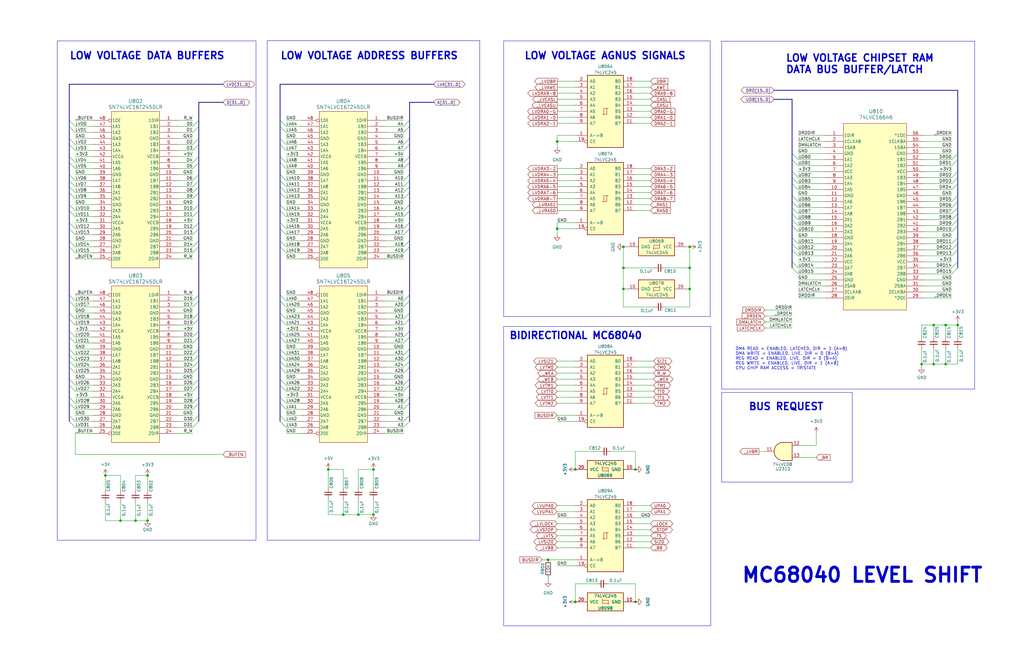
<source format=kicad_sch>
(kicad_sch (version 20231120) (generator "eeschema") (generator_version "8.0")
  (paper "B")
  (title_block (title "AMIGA PCI") (date "2025-01-11") (rev "5.0"))
  (junction (at 262.89 113.03))
  (junction (at 57.15 219.71))
  (junction (at 267.97 198.12))
  (junction (at 403.86 137.16))
  (junction (at 234.95 96.52))
  (junction (at 50.8 219.71))
  (junction (at 290.83 121.92))
  (junction (at 290.83 104.14))
  (junction (at 234.95 59.69))
  (junction (at 62.23 200.66))
  (junction (at 262.89 104.14))
  (junction (at 138.43 198.12))
  (junction (at 44.45 200.66))
  (junction (at 290.83 113.03))
  (junction (at 262.89 121.92))
  (junction (at 151.13 217.17))
  (junction (at 398.78 137.16))
  (junction (at 393.7 137.16))
  (junction (at 242.57 198.12))
  (junction (at 157.48 217.17))
  (junction (at 144.78 217.17))
  (junction (at 388.62 153.67))
  (junction (at 231.14 236.22))
  (junction (at 267.97 254))
  (junction (at 393.7 153.67))
  (junction (at 157.48 198.12))
  (junction (at 62.23 219.71))
  (junction (at 242.57 254))
  (junction (at 398.78 153.67))
  (bus_entry (at 120.65 129.54) (size -2.54 -2.54))
  (bus_entry (at 31.75 180.34) (size -2.54 -2.54))
  (bus_entry (at 401.32 67.31) (size 2.54 -2.54))
  (bus_entry (at 120.65 137.16) (size -2.54 -2.54))
  (bus_entry (at 81.28 60.96) (size 2.54 -2.54))
  (bus_entry (at 401.32 95.25) (size 2.54 -2.54))
  (bus_entry (at 120.65 99.06) (size -2.54 -2.54))
  (bus_entry (at 120.65 96.52) (size -2.54 -2.54))
  (bus_entry (at 81.28 88.9) (size 2.54 -2.54))
  (bus_entry (at 336.55 69.85) (size -2.54 -2.54))
  (bus_entry (at 336.55 80.01) (size -2.54 -2.54))
  (bus_entry (at 31.75 55.88) (size -2.54 -2.54))
  (bus_entry (at 31.75 91.44) (size -2.54 -2.54))
  (bus_entry (at 120.65 76.2) (size -2.54 -2.54))
  (bus_entry (at 336.55 97.79) (size -2.54 -2.54))
  (bus_entry (at 170.18 96.52) (size 2.54 -2.54))
  (bus_entry (at 336.55 102.87) (size -2.54 -2.54))
  (bus_entry (at 31.75 177.8) (size -2.54 -2.54))
  (bus_entry (at 31.75 96.52) (size -2.54 -2.54))
  (bus_entry (at 81.28 91.44) (size 2.54 -2.54))
  (bus_entry (at 170.18 55.88) (size 2.54 -2.54))
  (bus_entry (at 81.28 76.2) (size 2.54 -2.54))
  (bus_entry (at 81.28 165.1) (size 2.54 -2.54))
  (bus_entry (at 170.18 170.18) (size 2.54 -2.54))
  (bus_entry (at 31.75 149.86) (size -2.54 -2.54))
  (bus_entry (at 170.18 63.5) (size 2.54 -2.54))
  (bus_entry (at 81.28 83.82) (size 2.54 -2.54))
  (bus_entry (at 31.75 162.56) (size -2.54 -2.54))
  (bus_entry (at 31.75 99.06) (size -2.54 -2.54))
  (bus_entry (at 31.75 127) (size -2.54 -2.54))
  (bus_entry (at 401.32 102.87) (size 2.54 -2.54))
  (bus_entry (at 401.32 77.47) (size 2.54 -2.54))
  (bus_entry (at 170.18 88.9) (size 2.54 -2.54))
  (bus_entry (at 31.75 157.48) (size -2.54 -2.54))
  (bus_entry (at 81.28 104.14) (size 2.54 -2.54))
  (bus_entry (at 120.65 63.5) (size -2.54 -2.54))
  (bus_entry (at 170.18 106.68) (size 2.54 -2.54))
  (bus_entry (at 81.28 172.72) (size 2.54 -2.54))
  (bus_entry (at 81.28 170.18) (size 2.54 -2.54))
  (bus_entry (at 401.32 92.71) (size 2.54 -2.54))
  (bus_entry (at 81.28 71.12) (size 2.54 -2.54))
  (bus_entry (at 336.55 113.03) (size -2.54 -2.54))
  (bus_entry (at 120.65 157.48) (size -2.54 -2.54))
  (bus_entry (at 31.75 76.2) (size -2.54 -2.54))
  (bus_entry (at 81.28 53.34) (size 2.54 -2.54))
  (bus_entry (at 81.28 154.94) (size 2.54 -2.54))
  (bus_entry (at 81.28 127) (size 2.54 -2.54))
  (bus_entry (at 120.65 170.18) (size -2.54 -2.54))
  (bus_entry (at 401.32 90.17) (size 2.54 -2.54))
  (bus_entry (at 120.65 152.4) (size -2.54 -2.54))
  (bus_entry (at 31.75 104.14) (size -2.54 -2.54))
  (bus_entry (at 170.18 127) (size 2.54 -2.54))
  (bus_entry (at 401.32 115.57) (size 2.54 -2.54))
  (bus_entry (at 31.75 144.78) (size -2.54 -2.54))
  (bus_entry (at 170.18 76.2) (size 2.54 -2.54))
  (bus_entry (at 81.28 162.56) (size 2.54 -2.54))
  (bus_entry (at 31.75 134.62) (size -2.54 -2.54))
  (bus_entry (at 336.55 115.57) (size -2.54 -2.54))
  (bus_entry (at 401.32 87.63) (size 2.54 -2.54))
  (bus_entry (at 401.32 85.09) (size 2.54 -2.54))
  (bus_entry (at 401.32 74.93) (size 2.54 -2.54))
  (bus_entry (at 170.18 165.1) (size 2.54 -2.54))
  (bus_entry (at 120.65 127) (size -2.54 -2.54))
  (bus_entry (at 81.28 96.52) (size 2.54 -2.54))
  (bus_entry (at 120.65 60.96) (size -2.54 -2.54))
  (bus_entry (at 120.65 142.24) (size -2.54 -2.54))
  (bus_entry (at 336.55 92.71) (size -2.54 -2.54))
  (bus_entry (at 120.65 180.34) (size -2.54 -2.54))
  (bus_entry (at 81.28 180.34) (size 2.54 -2.54))
  (bus_entry (at 31.75 81.28) (size -2.54 -2.54))
  (bus_entry (at 120.65 134.62) (size -2.54 -2.54))
  (bus_entry (at 81.28 137.16) (size 2.54 -2.54))
  (bus_entry (at 31.75 106.68) (size -2.54 -2.54))
  (bus_entry (at 31.75 165.1) (size -2.54 -2.54))
  (bus_entry (at 170.18 157.48) (size 2.54 -2.54))
  (bus_entry (at 120.65 78.74) (size -2.54 -2.54))
  (bus_entry (at 401.32 105.41) (size 2.54 -2.54))
  (bus_entry (at 81.28 99.06) (size 2.54 -2.54))
  (bus_entry (at 170.18 137.16) (size 2.54 -2.54))
  (bus_entry (at 31.75 129.54) (size -2.54 -2.54))
  (bus_entry (at 120.65 165.1) (size -2.54 -2.54))
  (bus_entry (at 31.75 154.94) (size -2.54 -2.54))
  (bus_entry (at 336.55 77.47) (size -2.54 -2.54))
  (bus_entry (at 401.32 107.95) (size 2.54 -2.54))
  (bus_entry (at 170.18 152.4) (size 2.54 -2.54))
  (bus_entry (at 170.18 144.78) (size 2.54 -2.54))
  (bus_entry (at 120.65 81.28) (size -2.54 -2.54))
  (bus_entry (at 120.65 83.82) (size -2.54 -2.54))
  (bus_entry (at 120.65 172.72) (size -2.54 -2.54))
  (bus_entry (at 120.65 68.58) (size -2.54 -2.54))
  (bus_entry (at 170.18 142.24) (size 2.54 -2.54))
  (bus_entry (at 170.18 53.34) (size 2.54 -2.54))
  (bus_entry (at 336.55 74.93) (size -2.54 -2.54))
  (bus_entry (at 120.65 149.86) (size -2.54 -2.54))
  (bus_entry (at 120.65 53.34) (size -2.54 -2.54))
  (bus_entry (at 81.28 142.24) (size 2.54 -2.54))
  (bus_entry (at 170.18 149.86) (size 2.54 -2.54))
  (bus_entry (at 120.65 154.94) (size -2.54 -2.54))
  (bus_entry (at 31.75 78.74) (size -2.54 -2.54))
  (bus_entry (at 401.32 69.85) (size 2.54 -2.54))
  (bus_entry (at 31.75 83.82) (size -2.54 -2.54))
  (bus_entry (at 170.18 172.72) (size 2.54 -2.54))
  (bus_entry (at 31.75 172.72) (size -2.54 -2.54))
  (bus_entry (at 31.75 63.5) (size -2.54 -2.54))
  (bus_entry (at 81.28 177.8) (size 2.54 -2.54))
  (bus_entry (at 170.18 180.34) (size 2.54 -2.54))
  (bus_entry (at 170.18 162.56) (size 2.54 -2.54))
  (bus_entry (at 170.18 81.28) (size 2.54 -2.54))
  (bus_entry (at 120.65 71.12) (size -2.54 -2.54))
  (bus_entry (at 170.18 68.58) (size 2.54 -2.54))
  (bus_entry (at 170.18 71.12) (size 2.54 -2.54))
  (bus_entry (at 336.55 107.95) (size -2.54 -2.54))
  (bus_entry (at 81.28 129.54) (size 2.54 -2.54))
  (bus_entry (at 81.28 157.48) (size 2.54 -2.54))
  (bus_entry (at 31.75 142.24) (size -2.54 -2.54))
  (bus_entry (at 81.28 55.88) (size 2.54 -2.54))
  (bus_entry (at 31.75 53.34) (size -2.54 -2.54))
  (bus_entry (at 336.55 105.41) (size -2.54 -2.54))
  (bus_entry (at 81.28 81.28) (size 2.54 -2.54))
  (bus_entry (at 401.32 80.01) (size 2.54 -2.54))
  (bus_entry (at 170.18 129.54) (size 2.54 -2.54))
  (bus_entry (at 120.65 91.44) (size -2.54 -2.54))
  (bus_entry (at 31.75 170.18) (size -2.54 -2.54))
  (bus_entry (at 120.65 162.56) (size -2.54 -2.54))
  (bus_entry (at 170.18 99.06) (size 2.54 -2.54))
  (bus_entry (at 31.75 60.96) (size -2.54 -2.54))
  (bus_entry (at 170.18 60.96) (size 2.54 -2.54))
  (bus_entry (at 81.28 63.5) (size 2.54 -2.54))
  (bus_entry (at 336.55 95.25) (size -2.54 -2.54))
  (bus_entry (at 336.55 87.63) (size -2.54 -2.54))
  (bus_entry (at 170.18 134.62) (size 2.54 -2.54))
  (bus_entry (at 120.65 177.8) (size -2.54 -2.54))
  (bus_entry (at 170.18 91.44) (size 2.54 -2.54))
  (bus_entry (at 170.18 78.74) (size 2.54 -2.54))
  (bus_entry (at 81.28 106.68) (size 2.54 -2.54))
  (bus_entry (at 120.65 144.78) (size -2.54 -2.54))
  (bus_entry (at 120.65 104.14) (size -2.54 -2.54))
  (bus_entry (at 31.75 88.9) (size -2.54 -2.54))
  (bus_entry (at 31.75 71.12) (size -2.54 -2.54))
  (bus_entry (at 120.65 88.9) (size -2.54 -2.54))
  (bus_entry (at 120.65 55.88) (size -2.54 -2.54))
  (bus_entry (at 336.55 85.09) (size -2.54 -2.54))
  (bus_entry (at 31.75 152.4) (size -2.54 -2.54))
  (bus_entry (at 31.75 137.16) (size -2.54 -2.54))
  (bus_entry (at 81.28 144.78) (size 2.54 -2.54))
  (bus_entry (at 81.28 68.58) (size 2.54 -2.54))
  (bus_entry (at 336.55 67.31) (size -2.54 -2.54))
  (bus_entry (at 81.28 78.74) (size 2.54 -2.54))
  (bus_entry (at 81.28 152.4) (size 2.54 -2.54))
  (bus_entry (at 170.18 177.8) (size 2.54 -2.54))
  (bus_entry (at 81.28 134.62) (size 2.54 -2.54))
  (bus_entry (at 170.18 154.94) (size 2.54 -2.54))
  (bus_entry (at 401.32 97.79) (size 2.54 -2.54))
  (bus_entry (at 31.75 68.58) (size -2.54 -2.54))
  (bus_entry (at 336.55 90.17) (size -2.54 -2.54))
  (bus_entry (at 120.65 106.68) (size -2.54 -2.54))
  (bus_entry (at 170.18 104.14) (size 2.54 -2.54))
  (bus_entry (at 401.32 113.03) (size 2.54 -2.54))
  (bus_entry (at 81.28 149.86) (size 2.54 -2.54))
  (bus_entry (at 170.18 83.82) (size 2.54 -2.54))
  (wire (pts (xy 170.18 144.78) (xy 162.56 144.78)))
  (wire (pts (xy 127 167.64) (xy 120.65 167.64)))
  (wire (pts (xy 274.32 34.29) (xy 267.97 34.29)))
  (bus (pts (xy 403.86 100.33) (xy 403.86 95.25)))
  (wire (pts (xy 39.37 147.32) (xy 31.75 147.32)))
  (bus (pts (xy 326.39 41.91) (xy 334.01 41.91)))
  (wire (pts (xy 393.7 137.16) (xy 398.78 137.16)))
  (wire (pts (xy 274.32 215.9) (xy 267.97 215.9)))
  (wire (pts (xy 144.78 198.12) (xy 144.78 205.74)))
  (bus (pts (xy 83.82 68.58) (xy 83.82 66.04)))
  (bus (pts (xy 83.82 154.94) (xy 83.82 152.4)))
  (bus (pts (xy 334.01 64.77) (xy 334.01 41.91)))
  (wire (pts (xy 127 83.82) (xy 120.65 83.82)))
  (wire (pts (xy 290.83 121.92) (xy 289.56 121.92)))
  (wire (pts (xy 39.37 91.44) (xy 31.75 91.44)))
  (wire (pts (xy 389.89 90.17) (xy 401.32 90.17)))
  (wire (pts (xy 242.57 71.12) (xy 234.95 71.12)))
  (wire (pts (xy 81.28 177.8) (xy 74.93 177.8)))
  (wire (pts (xy 127 137.16) (xy 120.65 137.16)))
  (wire (pts (xy 388.62 153.67) (xy 388.62 154.94)))
  (bus (pts (xy 403.86 102.87) (xy 403.86 100.33)))
  (bus (pts (xy 83.82 177.8) (xy 83.82 175.26)))
  (wire (pts (xy 127 127) (xy 120.65 127)))
  (wire (pts (xy 162.56 86.36) (xy 170.18 86.36)))
  (wire (pts (xy 127 124.46) (xy 120.65 124.46)))
  (bus (pts (xy 118.11 134.62) (xy 118.11 139.7)))
  (wire (pts (xy 170.18 137.16) (xy 162.56 137.16)))
  (wire (pts (xy 151.13 210.82) (xy 151.13 217.17)))
  (wire (pts (xy 389.89 118.11) (xy 401.32 118.11)))
  (wire (pts (xy 234.95 223.52) (xy 242.57 223.52)))
  (bus (pts (xy 334.01 85.09) (xy 334.01 82.55)))
  (wire (pts (xy 127 144.78) (xy 120.65 144.78)))
  (wire (pts (xy 389.89 72.39) (xy 401.32 72.39)))
  (bus (pts (xy 172.72 78.74) (xy 172.72 76.2)))
  (bus (pts (xy 83.82 81.28) (xy 83.82 78.74)))
  (wire (pts (xy 170.18 60.96) (xy 162.56 60.96)))
  (wire (pts (xy 170.18 63.5) (xy 162.56 63.5)))
  (wire (pts (xy 347.98 69.85) (xy 336.55 69.85)))
  (wire (pts (xy 127 101.6) (xy 120.65 101.6)))
  (bus (pts (xy 172.72 134.62) (xy 172.72 132.08)))
  (wire (pts (xy 138.43 205.74) (xy 138.43 198.12)))
  (bus (pts (xy 29.21 142.24) (xy 29.21 139.7)))
  (bus (pts (xy 83.82 162.56) (xy 83.82 160.02)))
  (wire (pts (xy 81.28 68.58) (xy 74.93 68.58)))
  (wire (pts (xy 389.89 62.23) (xy 401.32 62.23)))
  (wire (pts (xy 162.56 66.04) (xy 170.18 66.04)))
  (wire (pts (xy 127 60.96) (xy 120.65 60.96)))
  (bus (pts (xy 29.21 53.34) (xy 29.21 50.8)))
  (wire (pts (xy 81.28 109.22) (xy 74.93 109.22)))
  (wire (pts (xy 389.89 120.65) (xy 401.32 120.65)))
  (wire (pts (xy 39.37 99.06) (xy 31.75 99.06)))
  (wire (pts (xy 138.43 217.17) (xy 138.43 210.82)))
  (wire (pts (xy 347.98 97.79) (xy 336.55 97.79)))
  (bus (pts (xy 29.21 170.18) (xy 29.21 167.64)))
  (wire (pts (xy 127 104.14) (xy 120.65 104.14)))
  (wire (pts (xy 57.15 200.66) (xy 62.23 200.66)))
  (wire (pts (xy 81.28 91.44) (xy 74.93 91.44)))
  (wire (pts (xy 398.78 153.67) (xy 403.86 153.67)))
  (wire (pts (xy 170.18 99.06) (xy 162.56 99.06)))
  (wire (pts (xy 170.18 53.34) (xy 162.56 53.34)))
  (wire (pts (xy 74.93 66.04) (xy 81.28 66.04)))
  (bus (pts (xy 29.21 177.8) (xy 29.21 175.26)))
  (wire (pts (xy 274.32 81.28) (xy 267.97 81.28)))
  (wire (pts (xy 275.59 162.56) (xy 267.97 162.56)))
  (wire (pts (xy 127 142.24) (xy 120.65 142.24)))
  (bus (pts (xy 118.11 162.56) (xy 118.11 160.02)))
  (bus (pts (xy 403.86 67.31) (xy 403.86 64.77)))
  (bus (pts (xy 118.11 81.28) (xy 118.11 86.36)))
  (wire (pts (xy 162.56 132.08) (xy 170.18 132.08)))
  (bus (pts (xy 118.11 73.66) (xy 118.11 68.58)))
  (bus (pts (xy 29.21 88.9) (xy 29.21 86.36)))
  (wire (pts (xy 157.48 217.17) (xy 151.13 217.17)))
  (bus (pts (xy 118.11 104.14) (xy 118.11 101.6)))
  (bus (pts (xy 83.82 43.18) (xy 93.98 43.18)))
  (bus (pts (xy 334.01 100.33) (xy 334.01 95.25)))
  (wire (pts (xy 39.37 144.78) (xy 31.75 144.78)))
  (bus (pts (xy 83.82 147.32) (xy 83.82 142.24)))
  (wire (pts (xy 170.18 83.82) (xy 162.56 83.82)))
  (wire (pts (xy 347.98 72.39) (xy 336.55 72.39)))
  (wire (pts (xy 81.28 152.4) (xy 74.93 152.4)))
  (bus (pts (xy 83.82 60.96) (xy 83.82 58.42)))
  (bus (pts (xy 334.01 72.39) (xy 334.01 67.31)))
  (wire (pts (xy 403.86 147.32) (xy 403.86 153.67)))
  (wire (pts (xy 39.37 134.62) (xy 31.75 134.62)))
  (wire (pts (xy 170.18 91.44) (xy 162.56 91.44)))
  (wire (pts (xy 389.89 110.49) (xy 401.32 110.49)))
  (wire (pts (xy 81.28 170.18) (xy 74.93 170.18)))
  (bus (pts (xy 118.11 88.9) (xy 118.11 93.98)))
  (wire (pts (xy 290.83 113.03) (xy 290.83 121.92)))
  (wire (pts (xy 242.57 246.38) (xy 251.46 246.38)))
  (bus (pts (xy 334.01 67.31) (xy 334.01 64.77)))
  (wire (pts (xy 127 165.1) (xy 120.65 165.1)))
  (bus (pts (xy 118.11 35.56) (xy 182.88 35.56)))
  (wire (pts (xy 74.93 58.42) (xy 81.28 58.42)))
  (wire (pts (xy 170.18 55.88) (xy 162.56 55.88)))
  (wire (pts (xy 347.98 110.49) (xy 336.55 110.49)))
  (wire (pts (xy 127 76.2) (xy 120.65 76.2)))
  (bus (pts (xy 403.86 87.63) (xy 403.86 85.09)))
  (bus (pts (xy 403.86 74.93) (xy 403.86 72.39)))
  (wire (pts (xy 81.28 162.56) (xy 74.93 162.56)))
  (wire (pts (xy 242.57 88.9) (xy 234.95 88.9)))
  (bus (pts (xy 83.82 170.18) (xy 83.82 167.64)))
  (bus (pts (xy 403.86 77.47) (xy 403.86 74.93)))
  (wire (pts (xy 127 96.52) (xy 120.65 96.52)))
  (wire (pts (xy 81.28 88.9) (xy 74.93 88.9)))
  (bus (pts (xy 118.11 60.96) (xy 118.11 66.04)))
  (wire (pts (xy 39.37 101.6) (xy 31.75 101.6)))
  (bus (pts (xy 118.11 60.96) (xy 118.11 58.42)))
  (wire (pts (xy 170.18 172.72) (xy 162.56 172.72)))
  (bus (pts (xy 29.21 88.9) (xy 29.21 93.98)))
  (wire (pts (xy 39.37 137.16) (xy 31.75 137.16)))
  (wire (pts (xy 81.28 96.52) (xy 74.93 96.52)))
  (bus (pts (xy 172.72 142.24) (xy 172.72 139.7)))
  (wire (pts (xy 275.59 129.54) (xy 262.89 129.54)))
  (bus (pts (xy 83.82 50.8) (xy 83.82 43.18)))
  (bus (pts (xy 403.86 64.77) (xy 403.86 38.1)))
  (wire (pts (xy 274.32 88.9) (xy 267.97 88.9)))
  (wire (pts (xy 39.37 175.26) (xy 31.75 175.26)))
  (wire (pts (xy 242.57 190.5) (xy 252.73 190.5)))
  (wire (pts (xy 388.62 147.32) (xy 388.62 153.67)))
  (wire (pts (xy 39.37 78.74) (xy 31.75 78.74)))
  (wire (pts (xy 127 88.9) (xy 120.65 88.9)))
  (wire (pts (xy 39.37 81.28) (xy 31.75 81.28)))
  (wire (pts (xy 234.95 228.6) (xy 242.57 228.6)))
  (wire (pts (xy 344.17 187.96) (xy 344.17 182.88)))
  (wire (pts (xy 81.28 134.62) (xy 74.93 134.62)))
  (wire (pts (xy 81.28 142.24) (xy 74.93 142.24)))
  (wire (pts (xy 267.97 83.82) (xy 274.32 83.82)))
  (wire (pts (xy 170.18 71.12) (xy 162.56 71.12)))
  (wire (pts (xy 274.32 41.91) (xy 267.97 41.91)))
  (bus (pts (xy 172.72 124.46) (xy 172.72 104.14)))
  (bus (pts (xy 29.21 60.96) (xy 29.21 66.04)))
  (bus (pts (xy 334.01 77.47) (xy 334.01 74.93)))
  (bus (pts (xy 29.21 162.56) (xy 29.21 167.64)))
  (wire (pts (xy 74.93 182.88) (xy 81.28 182.88)))
  (wire (pts (xy 81.28 172.72) (xy 74.93 172.72)))
  (wire (pts (xy 257.81 190.5) (xy 267.97 190.5)))
  (bus (pts (xy 172.72 53.34) (xy 172.72 50.8)))
  (bus (pts (xy 172.72 76.2) (xy 172.72 73.66)))
  (wire (pts (xy 389.89 100.33) (xy 401.32 100.33)))
  (wire (pts (xy 127 55.88) (xy 120.65 55.88)))
  (wire (pts (xy 39.37 96.52) (xy 31.75 96.52)))
  (wire (pts (xy 274.32 44.45) (xy 267.97 44.45)))
  (bus (pts (xy 29.21 127) (xy 29.21 124.46)))
  (wire (pts (xy 151.13 198.12) (xy 157.48 198.12)))
  (wire (pts (xy 262.89 104.14) (xy 262.89 113.03)))
  (wire (pts (xy 170.18 106.68) (xy 162.56 106.68)))
  (wire (pts (xy 267.97 198.12) (xy 267.97 190.5)))
  (bus (pts (xy 172.72 43.18) (xy 182.88 43.18)))
  (wire (pts (xy 267.97 39.37) (xy 274.32 39.37)))
  (bus (pts (xy 172.72 58.42) (xy 172.72 53.34)))
  (wire (pts (xy 262.89 113.03) (xy 262.89 121.92)))
  (wire (pts (xy 389.89 113.03) (xy 401.32 113.03)))
  (bus (pts (xy 403.86 85.09) (xy 403.86 82.55)))
  (bus (pts (xy 29.21 96.52) (xy 29.21 93.98)))
  (wire (pts (xy 81.28 60.96) (xy 74.93 60.96)))
  (bus (pts (xy 172.72 149.86) (xy 172.72 147.32)))
  (wire (pts (xy 74.93 50.8) (xy 81.28 50.8)))
  (bus (pts (xy 118.11 50.8) (xy 118.11 35.56)))
  (wire (pts (xy 81.28 144.78) (xy 74.93 144.78)))
  (wire (pts (xy 127 182.88) (xy 120.65 182.88)))
  (wire (pts (xy 57.15 212.09) (xy 57.15 219.71)))
  (wire (pts (xy 39.37 93.98) (xy 31.75 93.98)))
  (bus (pts (xy 172.72 127) (xy 172.72 124.46)))
  (wire (pts (xy 39.37 157.48) (xy 31.75 157.48)))
  (bus (pts (xy 83.82 73.66) (xy 83.82 68.58)))
  (wire (pts (xy 242.57 59.69) (xy 234.95 59.69)))
  (bus (pts (xy 83.82 66.04) (xy 83.82 60.96)))
  (wire (pts (xy 157.48 205.74) (xy 157.48 198.12)))
  (bus (pts (xy 29.21 81.28) (xy 29.21 78.74)))
  (wire (pts (xy 127 154.94) (xy 120.65 154.94)))
  (wire (pts (xy 74.93 167.64) (xy 81.28 167.64)))
  (wire (pts (xy 127 63.5) (xy 120.65 63.5)))
  (wire (pts (xy 81.28 99.06) (xy 74.93 99.06)))
  (bus (pts (xy 172.72 132.08) (xy 172.72 127)))
  (wire (pts (xy 242.57 93.98) (xy 234.95 93.98)))
  (wire (pts (xy 74.93 147.32) (xy 81.28 147.32)))
  (bus (pts (xy 118.11 88.9) (xy 118.11 86.36)))
  (wire (pts (xy 127 175.26) (xy 120.65 175.26)))
  (wire (pts (xy 74.93 124.46) (xy 81.28 124.46)))
  (wire (pts (xy 170.18 127) (xy 162.56 127)))
  (wire (pts (xy 234.95 83.82) (xy 242.57 83.82)))
  (bus (pts (xy 334.01 92.71) (xy 334.01 90.17)))
  (wire (pts (xy 170.18 81.28) (xy 162.56 81.28)))
  (wire (pts (xy 389.89 87.63) (xy 401.32 87.63)))
  (wire (pts (xy 39.37 124.46) (xy 31.75 124.46)))
  (wire (pts (xy 39.37 68.58) (xy 31.75 68.58)))
  (bus (pts (xy 29.21 81.28) (xy 29.21 86.36)))
  (wire (pts (xy 50.8 212.09) (xy 50.8 219.71)))
  (wire (pts (xy 234.95 59.69) (xy 234.95 62.23)))
  (wire (pts (xy 234.95 96.52) (xy 234.95 99.06)))
  (wire (pts (xy 234.95 215.9) (xy 242.57 215.9)))
  (wire (pts (xy 389.89 102.87) (xy 401.32 102.87)))
  (wire (pts (xy 389.89 59.69) (xy 401.32 59.69)))
  (wire (pts (xy 234.95 165.1) (xy 242.57 165.1)))
  (bus (pts (xy 172.72 96.52) (xy 172.72 93.98)))
  (bus (pts (xy 29.21 104.14) (xy 29.21 101.6)))
  (wire (pts (xy 127 93.98) (xy 120.65 93.98)))
  (wire (pts (xy 274.32 73.66) (xy 267.97 73.66)))
  (bus (pts (xy 118.11 162.56) (xy 118.11 167.64)))
  (bus (pts (xy 172.72 101.6) (xy 172.72 96.52)))
  (bus (pts (xy 172.72 104.14) (xy 172.72 101.6)))
  (bus (pts (xy 172.72 167.64) (xy 172.72 162.56)))
  (wire (pts (xy 127 180.34) (xy 120.65 180.34)))
  (bus (pts (xy 172.72 139.7) (xy 172.72 134.62)))
  (wire (pts (xy 334.01 133.35) (xy 322.58 133.35)))
  (wire (pts (xy 347.98 113.03) (xy 336.55 113.03)))
  (wire (pts (xy 39.37 167.64) (xy 31.75 167.64)))
  (wire (pts (xy 274.32 71.12) (xy 267.97 71.12)))
  (wire (pts (xy 242.57 34.29) (xy 234.95 34.29)))
  (wire (pts (xy 127 149.86) (xy 120.65 149.86)))
  (wire (pts (xy 127 86.36) (xy 120.65 86.36)))
  (wire (pts (xy 242.57 44.45) (xy 234.95 44.45)))
  (bus (pts (xy 83.82 86.36) (xy 83.82 81.28)))
  (bus (pts (xy 83.82 127) (xy 83.82 124.46)))
  (wire (pts (xy 39.37 149.86) (xy 31.75 149.86)))
  (bus (pts (xy 29.21 68.58) (xy 29.21 66.04)))
  (bus (pts (xy 118.11 134.62) (xy 118.11 132.08)))
  (wire (pts (xy 162.56 139.7) (xy 170.18 139.7)))
  (wire (pts (xy 242.57 154.94) (xy 234.95 154.94)))
  (bus (pts (xy 118.11 154.94) (xy 118.11 152.4)))
  (wire (pts (xy 162.56 167.64) (xy 170.18 167.64)))
  (wire (pts (xy 170.18 157.48) (xy 162.56 157.48)))
  (wire (pts (xy 127 129.54) (xy 120.65 129.54)))
  (bus (pts (xy 172.72 68.58) (xy 172.72 66.04)))
  (wire (pts (xy 144.78 217.17) (xy 138.43 217.17)))
  (wire (pts (xy 347.98 67.31) (xy 336.55 67.31)))
  (bus (pts (xy 83.82 58.42) (xy 83.82 53.34)))
  (wire (pts (xy 81.28 63.5) (xy 74.93 63.5)))
  (wire (pts (xy 347.98 62.23) (xy 336.55 62.23)))
  (wire (pts (xy 393.7 147.32) (xy 393.7 153.67)))
  (bus (pts (xy 83.82 142.24) (xy 83.82 139.7)))
  (wire (pts (xy 81.28 104.14) (xy 74.93 104.14)))
  (bus (pts (xy 118.11 124.46) (xy 118.11 104.14)))
  (wire (pts (xy 39.37 83.82) (xy 31.75 83.82)))
  (wire (pts (xy 347.98 64.77) (xy 336.55 64.77)))
  (bus (pts (xy 83.82 76.2) (xy 83.82 73.66)))
  (wire (pts (xy 39.37 152.4) (xy 31.75 152.4)))
  (bus (pts (xy 29.21 154.94) (xy 29.21 160.02)))
  (wire (pts (xy 347.98 120.65) (xy 336.55 120.65)))
  (bus (pts (xy 83.82 175.26) (xy 83.82 170.18)))
  (wire (pts (xy 347.98 125.73) (xy 336.55 125.73)))
  (wire (pts (xy 274.32 213.36) (xy 267.97 213.36)))
  (wire (pts (xy 170.18 76.2) (xy 162.56 76.2)))
  (wire (pts (xy 170.18 104.14) (xy 162.56 104.14)))
  (wire (pts (xy 62.23 207.01) (xy 62.23 200.66)))
  (wire (pts (xy 389.89 115.57) (xy 401.32 115.57)))
  (wire (pts (xy 337.82 193.04) (xy 344.17 193.04)))
  (bus (pts (xy 172.72 170.18) (xy 172.72 167.64)))
  (wire (pts (xy 290.83 113.03) (xy 280.67 113.03)))
  (wire (pts (xy 267.97 46.99) (xy 274.32 46.99)))
  (wire (pts (xy 127 160.02) (xy 120.65 160.02)))
  (wire (pts (xy 39.37 55.88) (xy 31.75 55.88)))
  (wire (pts (xy 81.28 53.34) (xy 74.93 53.34)))
  (wire (pts (xy 242.57 162.56) (xy 234.95 162.56)))
  (wire (pts (xy 347.98 95.25) (xy 336.55 95.25)))
  (wire (pts (xy 242.57 236.22) (xy 231.14 236.22)))
  (wire (pts (xy 157.48 217.17) (xy 157.48 210.82)))
  (wire (pts (xy 39.37 86.36) (xy 31.75 86.36)))
  (bus (pts (xy 29.21 147.32) (xy 29.21 142.24)))
  (wire (pts (xy 267.97 254) (xy 267.97 246.38)))
  (wire (pts (xy 39.37 165.1) (xy 31.75 165.1)))
  (wire (pts (xy 274.32 223.52) (xy 267.97 223.52)))
  (wire (pts (xy 81.28 127) (xy 74.93 127)))
  (bus (pts (xy 403.86 92.71) (xy 403.86 90.17)))
  (wire (pts (xy 234.95 220.98) (xy 242.57 220.98)))
  (bus (pts (xy 403.86 90.17) (xy 403.86 87.63)))
  (wire (pts (xy 39.37 160.02) (xy 31.75 160.02)))
  (bus (pts (xy 403.86 82.55) (xy 403.86 77.47)))
  (bus (pts (xy 334.01 90.17) (xy 334.01 87.63)))
  (bus (pts (xy 172.72 93.98) (xy 172.72 88.9)))
  (wire (pts (xy 334.01 130.81) (xy 322.58 130.81)))
  (wire (pts (xy 389.89 64.77) (xy 401.32 64.77)))
  (bus (pts (xy 403.86 72.39) (xy 403.86 67.31)))
  (bus (pts (xy 334.01 105.41) (xy 334.01 102.87)))
  (wire (pts (xy 127 152.4) (xy 120.65 152.4)))
  (wire (pts (xy 398.78 137.16) (xy 403.86 137.16)))
  (wire (pts (xy 127 177.8) (xy 120.65 177.8)))
  (wire (pts (xy 39.37 104.14) (xy 31.75 104.14)))
  (wire (pts (xy 347.98 77.47) (xy 336.55 77.47)))
  (wire (pts (xy 162.56 147.32) (xy 170.18 147.32)))
  (bus (pts (xy 118.11 96.52) (xy 118.11 93.98)))
  (bus (pts (xy 83.82 96.52) (xy 83.82 93.98)))
  (wire (pts (xy 264.16 121.92) (xy 262.89 121.92)))
  (wire (pts (xy 162.56 109.22) (xy 170.18 109.22)))
  (bus (pts (xy 29.21 35.56) (xy 93.98 35.56)))
  (wire (pts (xy 170.18 88.9) (xy 162.56 88.9)))
  (wire (pts (xy 81.28 76.2) (xy 74.93 76.2)))
  (wire (pts (xy 234.95 39.37) (xy 242.57 39.37)))
  (wire (pts (xy 162.56 175.26) (xy 170.18 175.26)))
  (wire (pts (xy 170.18 129.54) (xy 162.56 129.54)))
  (wire (pts (xy 242.57 170.18) (xy 234.95 170.18)))
  (wire (pts (xy 290.83 104.14) (xy 289.56 104.14)))
  (wire (pts (xy 322.58 135.89) (xy 334.01 135.89)))
  (wire (pts (xy 39.37 106.68) (xy 31.75 106.68)))
  (bus (pts (xy 334.01 110.49) (xy 334.01 105.41)))
  (wire (pts (xy 242.57 41.91) (xy 234.95 41.91)))
  (wire (pts (xy 242.57 177.8) (xy 234.95 177.8)))
  (bus (pts (xy 29.21 149.86) (xy 29.21 147.32)))
  (wire (pts (xy 347.98 82.55) (xy 336.55 82.55)))
  (wire (pts (xy 57.15 219.71) (xy 50.8 219.71)))
  (wire (pts (xy 242.57 167.64) (xy 234.95 167.64)))
  (wire (pts (xy 74.93 101.6) (xy 81.28 101.6)))
  (wire (pts (xy 242.57 81.28) (xy 234.95 81.28)))
  (wire (pts (xy 31.75 182.88) (xy 31.75 191.77)))
  (wire (pts (xy 39.37 71.12) (xy 31.75 71.12)))
  (wire (pts (xy 127 50.8) (xy 120.65 50.8)))
  (wire (pts (xy 144.78 210.82) (xy 144.78 217.17)))
  (wire (pts (xy 234.95 46.99) (xy 242.57 46.99)))
  (wire (pts (xy 170.18 162.56) (xy 162.56 162.56)))
  (wire (pts (xy 151.13 217.17) (xy 144.78 217.17)))
  (wire (pts (xy 170.18 134.62) (xy 162.56 134.62)))
  (bus (pts (xy 118.11 68.58) (xy 118.11 66.04)))
  (bus (pts (xy 172.72 88.9) (xy 172.72 86.36)))
  (wire (pts (xy 39.37 109.22) (xy 31.75 109.22)))
  (bus (pts (xy 118.11 127) (xy 118.11 124.46)))
  (wire (pts (xy 162.56 124.46) (xy 170.18 124.46)))
  (wire (pts (xy 274.32 36.83) (xy 267.97 36.83)))
  (wire (pts (xy 127 99.06) (xy 120.65 99.06)))
  (bus (pts (xy 334.01 95.25) (xy 334.01 92.71)))
  (bus (pts (xy 403.86 105.41) (xy 403.86 102.87)))
  (bus (pts (xy 118.11 149.86) (xy 118.11 147.32)))
  (wire (pts (xy 151.13 198.12) (xy 151.13 205.74)))
  (wire (pts (xy 389.89 107.95) (xy 401.32 107.95)))
  (wire (pts (xy 267.97 76.2) (xy 274.32 76.2)))
  (wire (pts (xy 347.98 102.87) (xy 336.55 102.87)))
  (wire (pts (xy 127 68.58) (xy 120.65 68.58)))
  (wire (pts (xy 388.62 137.16) (xy 388.62 142.24)))
  (bus (pts (xy 172.72 147.32) (xy 172.72 142.24)))
  (wire (pts (xy 127 134.62) (xy 120.65 134.62)))
  (bus (pts (xy 83.82 53.34) (xy 83.82 50.8)))
  (bus (pts (xy 83.82 101.6) (xy 83.82 96.52)))
  (wire (pts (xy 127 132.08) (xy 120.65 132.08)))
  (wire (pts (xy 74.93 73.66) (xy 81.28 73.66)))
  (wire (pts (xy 74.93 93.98) (xy 81.28 93.98)))
  (bus (pts (xy 334.01 82.55) (xy 334.01 77.47)))
  (wire (pts (xy 44.45 200.66) (xy 50.8 200.66)))
  (wire (pts (xy 74.93 160.02) (xy 81.28 160.02)))
  (bus (pts (xy 172.72 73.66) (xy 172.72 68.58)))
  (wire (pts (xy 162.56 160.02) (xy 170.18 160.02)))
  (wire (pts (xy 39.37 88.9) (xy 31.75 88.9)))
  (wire (pts (xy 39.37 58.42) (xy 31.75 58.42)))
  (wire (pts (xy 347.98 87.63) (xy 336.55 87.63)))
  (bus (pts (xy 29.21 78.74) (xy 29.21 76.2)))
  (wire (pts (xy 242.57 73.66) (xy 234.95 73.66)))
  (wire (pts (xy 275.59 154.94) (xy 267.97 154.94)))
  (wire (pts (xy 242.57 49.53) (xy 234.95 49.53)))
  (wire (pts (xy 62.23 219.71) (xy 62.23 212.09)))
  (wire (pts (xy 39.37 139.7) (xy 31.75 139.7)))
  (bus (pts (xy 83.82 78.74) (xy 83.82 76.2)))
  (wire (pts (xy 81.28 55.88) (xy 74.93 55.88)))
  (wire (pts (xy 267.97 218.44) (xy 274.32 218.44)))
  (wire (pts (xy 242.57 226.06) (xy 234.95 226.06)))
  (wire (pts (xy 170.18 78.74) (xy 162.56 78.74)))
  (wire (pts (xy 275.59 170.18) (xy 267.97 170.18)))
  (wire (pts (xy 274.32 231.14) (xy 267.97 231.14)))
  (wire (pts (xy 242.57 36.83) (xy 234.95 36.83)))
  (bus (pts (xy 29.21 76.2) (xy 29.21 73.66)))
  (wire (pts (xy 389.89 105.41) (xy 401.32 105.41)))
  (wire (pts (xy 127 91.44) (xy 120.65 91.44)))
  (wire (pts (xy 170.18 68.58) (xy 162.56 68.58)))
  (bus (pts (xy 118.11 177.8) (xy 118.11 175.26)))
  (wire (pts (xy 256.54 246.38) (xy 267.97 246.38)))
  (wire (pts (xy 347.98 74.93) (xy 336.55 74.93)))
  (wire (pts (xy 290.83 121.92) (xy 290.83 129.54)))
  (wire (pts (xy 81.28 165.1) (xy 74.93 165.1)))
  (wire (pts (xy 127 162.56) (xy 120.65 162.56)))
  (bus (pts (xy 118.11 53.34) (xy 118.11 58.42)))
  (wire (pts (xy 39.37 170.18) (xy 31.75 170.18)))
  (bus (pts (xy 172.72 50.8) (xy 172.72 43.18)))
  (wire (pts (xy 81.28 154.94) (xy 74.93 154.94)))
  (wire (pts (xy 322.58 138.43) (xy 334.01 138.43)))
  (wire (pts (xy 262.89 121.92) (xy 262.89 129.54)))
  (wire (pts (xy 50.8 219.71) (xy 44.45 219.71)))
  (wire (pts (xy 39.37 63.5) (xy 31.75 63.5)))
  (bus (pts (xy 118.11 127) (xy 118.11 132.08)))
  (bus (pts (xy 172.72 160.02) (xy 172.72 154.94)))
  (wire (pts (xy 127 66.04) (xy 120.65 66.04)))
  (wire (pts (xy 242.57 152.4) (xy 234.95 152.4)))
  (bus (pts (xy 172.72 86.36) (xy 172.72 81.28)))
  (bus (pts (xy 29.21 170.18) (xy 29.21 175.26)))
  (bus (pts (xy 29.21 162.56) (xy 29.21 160.02)))
  (bus (pts (xy 29.21 154.94) (xy 29.21 152.4)))
  (wire (pts (xy 39.37 177.8) (xy 31.75 177.8)))
  (wire (pts (xy 81.28 157.48) (xy 74.93 157.48)))
  (wire (pts (xy 393.7 153.67) (xy 398.78 153.67)))
  (wire (pts (xy 389.89 95.25) (xy 401.32 95.25)))
  (wire (pts (xy 398.78 147.32) (xy 398.78 153.67)))
  (wire (pts (xy 39.37 172.72) (xy 31.75 172.72)))
  (wire (pts (xy 39.37 162.56) (xy 31.75 162.56)))
  (bus (pts (xy 403.86 113.03) (xy 403.86 110.49)))
  (bus (pts (xy 29.21 152.4) (xy 29.21 149.86)))
  (wire (pts (xy 403.86 135.89) (xy 403.86 137.16)))
  (wire (pts (xy 39.37 154.94) (xy 31.75 154.94)))
  (wire (pts (xy 127 147.32) (xy 120.65 147.32)))
  (wire (pts (xy 127 172.72) (xy 120.65 172.72)))
  (wire (pts (xy 347.98 118.11) (xy 336.55 118.11)))
  (wire (pts (xy 127 71.12) (xy 120.65 71.12)))
  (wire (pts (xy 280.67 129.54) (xy 290.83 129.54)))
  (bus (pts (xy 334.01 113.03) (xy 334.01 110.49)))
  (wire (pts (xy 347.98 107.95) (xy 336.55 107.95)))
  (wire (pts (xy 170.18 177.8) (xy 162.56 177.8)))
  (bus (pts (xy 29.21 134.62) (xy 29.21 139.7)))
  (bus (pts (xy 334.01 74.93) (xy 334.01 72.39)))
  (wire (pts (xy 389.89 80.01) (xy 401.32 80.01)))
  (wire (pts (xy 234.95 57.15) (xy 234.95 59.69)))
  (wire (pts (xy 242.57 57.15) (xy 234.95 57.15)))
  (wire (pts (xy 81.28 129.54) (xy 74.93 129.54)))
  (wire (pts (xy 242.57 52.07) (xy 234.95 52.07)))
  (wire (pts (xy 170.18 154.94) (xy 162.56 154.94)))
  (bus (pts (xy 83.82 93.98) (xy 83.82 88.9)))
  (wire (pts (xy 389.89 92.71) (xy 401.32 92.71)))
  (wire (pts (xy 162.56 73.66) (xy 170.18 73.66)))
  (wire (pts (xy 127 157.48) (xy 120.65 157.48)))
  (wire (pts (xy 242.57 175.26) (xy 234.95 175.26)))
  (bus (pts (xy 118.11 81.28) (xy 118.11 78.74)))
  (bus (pts (xy 29.21 96.52) (xy 29.21 101.6)))
  (wire (pts (xy 274.32 228.6) (xy 267.97 228.6)))
  (bus (pts (xy 118.11 78.74) (xy 118.11 76.2)))
  (bus (pts (xy 172.72 81.28) (xy 172.72 78.74)))
  (wire (pts (xy 231.14 243.84) (xy 231.14 245.11)))
  (wire (pts (xy 389.89 77.47) (xy 401.32 77.47)))
  (bus (pts (xy 83.82 134.62) (xy 83.82 132.08)))
  (wire (pts (xy 39.37 127) (xy 31.75 127)))
  (bus (pts (xy 83.82 104.14) (xy 83.82 101.6)))
  (wire (pts (xy 274.32 52.07) (xy 267.97 52.07)))
  (wire (pts (xy 39.37 142.24) (xy 31.75 142.24)))
  (wire (pts (xy 388.62 137.16) (xy 393.7 137.16)))
  (bus (pts (xy 83.82 149.86) (xy 83.82 147.32)))
  (wire (pts (xy 162.56 93.98) (xy 170.18 93.98)))
  (wire (pts (xy 81.28 106.68) (xy 74.93 106.68)))
  (bus (pts (xy 29.21 53.34) (xy 29.21 58.42)))
  (wire (pts (xy 347.98 90.17) (xy 336.55 90.17)))
  (wire (pts (xy 81.28 149.86) (xy 74.93 149.86)))
  (wire (pts (xy 242.57 86.36) (xy 234.95 86.36)))
  (bus (pts (xy 29.21 73.66) (xy 29.21 68.58)))
  (bus (pts (xy 326.39 38.1) (xy 403.86 38.1)))
  (wire (pts (xy 74.93 132.08) (xy 81.28 132.08)))
  (wire (pts (xy 347.98 105.41) (xy 336.55 105.41)))
  (wire (pts (xy 39.37 53.34) (xy 31.75 53.34)))
  (wire (pts (xy 170.18 152.4) (xy 162.56 152.4)))
  (wire (pts (xy 127 139.7) (xy 120.65 139.7)))
  (wire (pts (xy 170.18 165.1) (xy 162.56 165.1)))
  (wire (pts (xy 389.89 57.15) (xy 401.32 57.15)))
  (wire (pts (xy 388.62 153.67) (xy 393.7 153.67)))
  (bus (pts (xy 118.11 170.18) (xy 118.11 175.26)))
  (wire (pts (xy 242.57 198.12) (xy 242.57 190.5)))
  (bus (pts (xy 83.82 167.64) (xy 83.82 162.56)))
  (bus (pts (xy 403.86 110.49) (xy 403.86 105.41)))
  (wire (pts (xy 393.7 142.24) (xy 393.7 137.16)))
  (wire (pts (xy 127 106.68) (xy 120.65 106.68)))
  (wire (pts (xy 170.18 180.34) (xy 162.56 180.34)))
  (wire (pts (xy 81.28 71.12) (xy 74.93 71.12)))
  (bus (pts (xy 118.11 142.24) (xy 118.11 139.7)))
  (wire (pts (xy 39.37 73.66) (xy 31.75 73.66)))
  (bus (pts (xy 83.82 88.9) (xy 83.82 86.36)))
  (wire (pts (xy 389.89 69.85) (xy 401.32 69.85)))
  (wire (pts (xy 81.28 78.74) (xy 74.93 78.74)))
  (wire (pts (xy 170.18 142.24) (xy 162.56 142.24)))
  (wire (pts (xy 81.28 81.28) (xy 74.93 81.28)))
  (wire (pts (xy 267.97 160.02) (xy 275.59 160.02)))
  (wire (pts (xy 127 109.22) (xy 120.65 109.22)))
  (bus (pts (xy 172.72 175.26) (xy 172.72 170.18)))
  (bus (pts (xy 83.82 152.4) (xy 83.82 149.86)))
  (wire (pts (xy 347.98 80.01) (xy 336.55 80.01)))
  (wire (pts (xy 39.37 132.08) (xy 31.75 132.08)))
  (wire (pts (xy 234.95 238.76) (xy 242.57 238.76)))
  (wire (pts (xy 62.23 219.71) (xy 57.15 219.71)))
  (wire (pts (xy 262.89 104.14) (xy 264.16 104.14)))
  (bus (pts (xy 118.11 96.52) (xy 118.11 101.6)))
  (wire (pts (xy 234.95 231.14) (xy 242.57 231.14)))
  (wire (pts (xy 389.89 74.93) (xy 401.32 74.93)))
  (wire (pts (xy 170.18 182.88) (xy 162.56 182.88)))
  (bus (pts (xy 29.21 60.96) (xy 29.21 58.42)))
  (wire (pts (xy 275.59 157.48) (xy 267.97 157.48)))
  (bus (pts (xy 172.72 152.4) (xy 172.72 149.86)))
  (wire (pts (xy 44.45 207.01) (xy 44.45 200.66)))
  (wire (pts (xy 347.98 57.15) (xy 336.55 57.15)))
  (wire (pts (xy 389.89 97.79) (xy 401.32 97.79)))
  (bus (pts (xy 83.82 124.46) (xy 83.82 104.14)))
  (wire (pts (xy 389.89 123.19) (xy 401.32 123.19)))
  (wire (pts (xy 127 73.66) (xy 120.65 73.66)))
  (wire (pts (xy 347.98 92.71) (xy 336.55 92.71)))
  (wire (pts (xy 290.83 104.14) (xy 290.83 113.03)))
  (bus (pts (xy 172.72 177.8) (xy 172.72 175.26)))
  (wire (pts (xy 275.59 167.64) (xy 267.97 167.64)))
  (bus (pts (xy 172.72 162.56) (xy 172.72 160.02)))
  (bus (pts (xy 118.11 154.94) (xy 118.11 160.02)))
  (wire (pts (xy 81.28 83.82) (xy 74.93 83.82)))
  (wire (pts (xy 127 170.18) (xy 120.65 170.18)))
  (bus (pts (xy 29.21 50.8) (xy 29.21 35.56)))
  (bus (pts (xy 172.72 154.94) (xy 172.72 152.4)))
  (wire (pts (xy 275.59 152.4) (xy 267.97 152.4)))
  (wire (pts (xy 74.93 86.36) (xy 81.28 86.36)))
  (wire (pts (xy 274.32 78.74) (xy 267.97 78.74)))
  (wire (pts (xy 162.56 101.6) (xy 170.18 101.6)))
  (wire (pts (xy 39.37 66.04) (xy 31.75 66.04)))
  (bus (pts (xy 118.11 53.34) (xy 118.11 50.8)))
  (wire (pts (xy 170.18 96.52) (xy 162.56 96.52)))
  (wire (pts (xy 347.98 123.19) (xy 336.55 123.19)))
  (wire (pts (xy 344.17 187.96) (xy 337.82 187.96)))
  (wire (pts (xy 274.32 86.36) (xy 267.97 86.36)))
  (bus (pts (xy 172.72 66.04) (xy 172.72 60.96)))
  (wire (pts (xy 274.32 49.53) (xy 267.97 49.53)))
  (wire (pts (xy 39.37 182.88) (xy 31.75 182.88)))
  (wire (pts (xy 320.04 190.5) (xy 322.58 190.5)))
  (wire (pts (xy 39.37 180.34) (xy 31.75 180.34)))
  (bus (pts (xy 83.82 160.02) (xy 83.82 154.94)))
  (wire (pts (xy 44.45 219.71) (xy 44.45 212.09)))
  (wire (pts (xy 274.32 220.98) (xy 267.97 220.98)))
  (wire (pts (xy 389.89 85.09) (xy 401.32 85.09)))
  (wire (pts (xy 234.95 213.36) (xy 242.57 213.36)))
  (wire (pts (xy 170.18 170.18) (xy 162.56 170.18)))
  (wire (pts (xy 234.95 93.98) (xy 234.95 96.52)))
  (wire (pts (xy 389.89 67.31) (xy 401.32 67.31)))
  (wire (pts (xy 127 53.34) (xy 120.65 53.34)))
  (bus (pts (xy 403.86 95.25) (xy 403.86 92.71)))
  (wire (pts (xy 234.95 157.48) (xy 242.57 157.48)))
  (wire (pts (xy 389.89 125.73) (xy 401.32 125.73)))
  (wire (pts (xy 398.78 137.16) (xy 398.78 142.24)))
  (wire (pts (xy 162.56 58.42) (xy 170.18 58.42)))
  (bus (pts (xy 29.21 127) (xy 29.21 132.08)))
  (wire (pts (xy 231.14 236.22) (xy 228.6 236.22)))
  (wire (pts (xy 31.75 191.77) (xy 93.98 191.77)))
  (wire (pts (xy 347.98 59.69) (xy 336.55 59.69)))
  (wire (pts (xy 234.95 76.2) (xy 242.57 76.2)))
  (bus (pts (xy 118.11 170.18) (xy 118.11 167.64)))
  (bus (pts (xy 334.01 87.63) (xy 334.01 85.09)))
  (bus (pts (xy 172.72 60.96) (xy 172.72 58.42)))
  (wire (pts (xy 275.59 113.03) (xy 262.89 113.03)))
  (wire (pts (xy 74.93 139.7) (xy 81.28 139.7)))
  (wire (pts (xy 50.8 200.66) (xy 50.8 207.01)))
  (bus (pts (xy 83.82 139.7) (xy 83.82 134.62)))
  (wire (pts (xy 39.37 129.54) (xy 31.75 129.54)))
  (wire (pts (xy 127 78.74) (xy 120.65 78.74)))
  (bus (pts (xy 118.11 152.4) (xy 118.11 149.86)))
  (wire (pts (xy 57.15 200.66) (xy 57.15 207.01)))
  (wire (pts (xy 242.57 78.74) (xy 234.95 78.74)))
  (bus (pts (xy 83.82 132.08) (xy 83.82 127)))
  (wire (pts (xy 242.57 160.02) (xy 234.95 160.02)))
  (wire (pts (xy 127 81.28) (xy 120.65 81.28)))
  (bus (pts (xy 29.21 134.62) (xy 29.21 132.08)))
  (wire (pts (xy 403.86 142.24) (xy 403.86 137.16)))
  (bus (pts (xy 334.01 102.87) (xy 334.01 100.33)))
  (wire (pts (xy 127 58.42) (xy 120.65 58.42)))
  (wire (pts (xy 267.97 165.1) (xy 275.59 165.1)))
  (wire (pts (xy 242.57 218.44) (xy 234.95 218.44)))
  (wire (pts (xy 74.93 175.26) (xy 81.28 175.26)))
  (bus (pts (xy 29.21 124.46) (xy 29.21 104.14)))
  (wire (pts (xy 138.43 198.12) (xy 144.78 198.12)))
  (wire (pts (xy 347.98 115.57) (xy 336.55 115.57)))
  (wire (pts (xy 81.28 180.34) (xy 74.93 180.34)))
  (bus (pts (xy 118.11 76.2) (xy 118.11 73.66)))
  (wire (pts (xy 242.57 96.52) (xy 234.95 96.52)))
  (wire (pts (xy 39.37 50.8) (xy 31.75 50.8)))
  (bus (pts (xy 118.11 147.32) (xy 118.11 142.24)))
  (wire (pts (xy 347.98 85.09) (xy 336.55 85.09)))
  (wire (pts (xy 81.28 137.16) (xy 74.93 137.16)))
  (wire (pts (xy 162.56 50.8) (xy 170.18 50.8)))
  (wire (pts (xy 242.57 254) (xy 242.57 246.38)))
  (wire (pts (xy 389.89 82.55) (xy 401.32 82.55)))
  (wire (pts (xy 170.18 149.86) (xy 162.56 149.86)))
  (wire (pts (xy 267.97 226.06) (xy 274.32 226.06)))
  (wire (pts (xy 39.37 76.2) (xy 31.75 76.2)))
  (wire (pts (xy 347.98 100.33) (xy 336.55 100.33)))
  (wire (pts (xy 39.37 60.96) (xy 31.75 60.96)))
  (rectangle (start 212.344 137.795) (end 299.72 264.033))
  (rectangle (start 304.292 165.608) (end 359.41 203.454))
  (rectangle (start 212.344 17.272) (end 299.466 133.604))
  (rectangle (start 304.292 17.399) (end 410.972 164.211))
  (rectangle (start 112.649 17.145) (end 202.311 227.965))
  (rectangle (start 24.13 17.272) (end 107.95 227.965))
  (text "LOW VOLTAGE CHIPSET RAM\nDATA BUS BUFFER/LATCH" (at 331.216 31.242 0) (effects (font (size 3 3) (thickness 0.6) (bold yes)) (justify left bottom)))
  (text "BIDIRECTIONAL MC68040" (at 214.63 143.51 0) (effects (font (size 3 3) (thickness 0.6) (bold yes)) (justify left bottom)))
  (text "BUS REQUEST" (at 347.472 173.482 0) (effects (font (size 3 3) (thickness 0.6) (bold yes)) (justify right bottom)))
  (text "LOW VOLTAGE DATA BUFFERS" (at 29.21 25.4 0) (effects (font (size 3 3) (thickness 0.6) (bold yes)) (justify left bottom)))
  (text "LOW VOLTAGE AGNUS SIGNALS" (at 220.98 25.4 0) (effects (font (size 3 3) (thickness 0.6) (bold yes)) (justify left bottom)))
  (text "DMA READ = ENABLED, LATCHED, DIR = 1 (A>B)\nDMA WRITE = ENABLED, LIVE, DIR = 0 (B>A)\nREG READ = ENABLED, LIVE, DIR = 0 (B>A)\nREG WRITE = ENABLED, LIVE, DIR = 1 (A>B)\nCPU CHIP RAM ACCESS = TRISTATE" (at 310.134 156.21 0) (effects (font (size 1.27 1.27)) (justify left bottom)))
  (text "MC68040 LEVEL SHIFT" (at 312.42 246.38 0) (effects (font (size 6 6) (bold yes)) (justify left bottom)))
  (text "LOW VOLTAGE ADDRESS BUFFERS" (at 118.11 25.4 0) (effects (font (size 3 3) (thickness 0.6) (bold yes)) (justify left bottom)))
  (label "D17" (at 81.28 129.54 180))
  (label "LVD14" (at 31.75 104.14 0))
  (label "A20" (at 170.18 129.54 180))
  (label "UDB8" (at 336.55 92.71 0) (effects (font (size 1.2954 1.2954))))
  (label "+5V" (at 170.18 167.64 180))
  (label "LVA22" (at 120.65 165.1 0))
  (label "_DRDEN" (at 334.01 133.35 180))
  (label "LVA2" (at 120.65 177.8 0))
  (label "LVD2" (at 31.75 60.96 0))
  (label "LVD3" (at 31.75 63.5 0))
  (label "GND" (at 81.28 73.66 180))
  (label "GND" (at 401.32 64.77 180))
  (label "A5" (at 170.18 55.88 180))
  (label "GND" (at 120.65 124.46 0))
  (label "A19" (at 170.18 106.68 180))
  (label "DMALATCH" (at 336.55 120.65 0))
  (label "D31" (at 81.28 180.34 180))
  (label "_BUFEN" (at 31.75 109.22 0))
  (label "D21" (at 81.28 144.78 180))
  (label "BUSDIR" (at 170.18 50.8 180))
  (label "D20" (at 81.28 142.24 180))
  (label "GND" (at 336.55 64.77 0))
  (label "LVD13" (at 31.75 99.06 0))
  (label "D18" (at 81.28 134.62 180))
  (label "D25" (at 81.28 157.48 180))
  (label "GND" (at 336.55 100.33 0))
  (label "LVA18" (at 120.65 104.14 0))
  (label "+3V3" (at 336.55 110.49 0))
  (label "GND" (at 170.18 160.02 180))
  (label "GND" (at 81.28 175.26 180))
  (label "A4" (at 170.18 53.34 180))
  (label "GND" (at 170.18 58.42 180))
  (label "A29" (at 170.18 157.48 180))
  (label "DRD5" (at 401.32 85.09 180) (effects (font (size 1.2954 1.2954))))
  (label "LVD4" (at 31.75 68.58 0))
  (label "UDB10" (at 336.55 97.79 0) (effects (font (size 1.2954 1.2954))))
  (label "D10" (at 81.28 88.9 180))
  (label "DRD6" (at 401.32 87.63 180) (effects (font (size 1.2954 1.2954))))
  (label "LVD21" (at 31.75 144.78 0))
  (label "GND" (at 401.32 100.33 180))
  (label "UDB13" (at 336.55 107.95 0) (effects (font (size 1.2954 1.2954))))
  (label "LVD15" (at 31.75 106.68 0))
  (label "A10" (at 170.18 76.2 180))
  (label "LVD9" (at 31.75 83.82 0))
  (label "LVA31" (at 120.65 149.86 0))
  (label "LVD30" (at 31.75 177.8 0))
  (label "LVD7" (at 31.75 78.74 0))
  (label "GND" (at 120.65 132.08 0))
  (label "D23" (at 81.28 152.4 180))
  (label "LVA9" (at 120.65 71.12 0))
  (label "D28" (at 81.28 170.18 180))
  (label "DRD1" (at 401.32 69.85 180) (effects (font (size 1.2954 1.2954))))
  (label "LVD22" (at 31.75 149.86 0))
  (label "+5V" (at 170.18 139.7 180))
  (label "GND" (at 120.65 109.22 0))
  (label "GND" (at 234.95 238.76 0))
  (label "LVA27" (at 120.65 144.78 0))
  (label "A9" (at 170.18 71.12 180))
  (label "LVA11" (at 120.65 78.74 0))
  (label "DRD9" (at 401.32 95.25 180) (effects (font (size 1.2954 1.2954))))
  (label "GND" (at 31.75 175.26 0))
  (label "GND" (at 120.65 147.32 0))
  (label "+3V3" (at 31.75 167.64 0))
  (label "LATCHCLK" (at 334.01 138.43 180))
  (label "D3" (at 81.28 63.5 180))
  (label "A6" (at 170.18 60.96 180))
  (label "D0" (at 81.28 53.34 180))
  (label "LVA16" (at 120.65 96.52 0))
  (label "+5V" (at 170.18 93.98 180))
  (label "GND" (at 274.32 218.44 180))
  (label "A23" (at 170.18 134.62 180))
  (label "LVA0" (at 120.65 127 0))
  (label "+3V3" (at 336.55 72.39 0))
  (label "LVA17" (at 120.65 99.06 0))
  (label "LVA20" (at 120.65 129.54 0))
  (label "DRD10" (at 401.32 97.79 180) (effects (font (size 1.2954 1.2954))))
  (label "GND" (at 120.65 175.26 0))
  (label "GND" (at 81.28 58.42 180))
  (label "A18" (at 170.18 104.14 180))
  (label "A0" (at 170.18 127 180))
  (label "BUSDIR" (at 170.18 109.22 180))
  (label "+3V3" (at 120.65 93.98 0))
  (label "D14" (at 81.28 104.14 180))
  (label "GND" (at 170.18 147.32 180))
  (label "LVA26" (at 120.65 162.56 0))
  (label "LVA5" (at 120.65 55.88 0))
  (label "D29" (at 81.28 172.72 180))
  (label "GND" (at 81.28 101.6 180))
  (label "GND" (at 120.65 73.66 0))
  (label "+3V3" (at 120.65 66.04 0))
  (label "DRD2" (at 401.32 74.93 180) (effects (font (size 1.2954 1.2954))))
  (label "LVD31" (at 31.75 180.34 0))
  (label "LVD23" (at 31.75 152.4 0))
  (label "D6" (at 81.28 76.2 180))
  (label "GND" (at 120.65 182.88 0))
  (label "LVA24" (at 120.65 154.94 0))
  (label "GND" (at 120.65 101.6 0))
  (label "D26" (at 81.28 162.56 180))
  (label "LVD6" (at 31.75 76.2 0))
  (label "DRD12" (at 401.32 105.41 180) (effects (font (size 1.2954 1.2954))))
  (label "LVA25" (at 120.65 142.24 0))
  (label "D11" (at 81.28 91.44 180))
  (label "LATCHCLK" (at 336.55 123.19 0))
  (label "LVD17" (at 31.75 129.54 0))
  (label "LVD20" (at 31.75 142.24 0))
  (label "UDB11" (at 336.55 102.87 0) (effects (font (size 1.2954 1.2954))))
  (label "A30" (at 170.18 152.4 180))
  (label "GND" (at 234.95 177.8 0))
  (label "LVD1" (at 31.75 55.88 0))
  (label "D15" (at 81.28 106.68 180))
  (label "A15" (at 170.18 91.44 180))
  (label "LVD0" (at 31.75 53.34 0))
  (label "LVA30" (at 120.65 152.4 0))
  (label "+3V3" (at 31.75 66.04 0))
  (label "DRD0" (at 401.32 67.31 180) (effects (font (size 1.2954 1.2954))))
  (label "LVD25" (at 31.75 157.48 0))
  (label "D24" (at 81.28 154.94 180))
  (label "_DRDEN" (at 401.32 57.15 180))
  (label "A2" (at 170.18 177.8 180))
  (label "UDB1" (at 336.55 69.85 0) (effects (font (size 1.2954 1.2954))))
  (label "A22" (at 170.18 165.1 180))
  (label "+3V3" (at 31.75 93.98 0))
  (label "LVA4" (at 120.65 53.34 0))
  (label "+3V3" (at 401.32 110.49 180))
  (label "A8" (at 170.18 68.58 180))
  (label "D5" (at 81.28 71.12 180))
  (label "GND" (at 401.32 118.11 180))
  (label "+3V3" (at 401.32 72.39 180))
  (label "GND" (at 31.75 58.42 0))
  (label "A3" (at 170.18 180.34 180))
  (label "UDB9" (at 336.55 95.25 0) (effects (font (size 1.2954 1.2954))))
  (label "UDB5" (at 336.55 85.09 0) (effects (font (size 1.2954 1.2954))))
  (label "GND" (at 120.65 86.36 0))
  (label "+5V" (at 81.28 139.7 180))
  (label "A31" (at 170.18 149.86 180))
  (label "DRD8" (at 401.32 92.71 180) (effects (font (size 1.2954 1.2954))))
  (label "LVD28" (at 31.75 170.18 0))
  (label "GND" (at 336.55 118.11 0))
  (label "DMALATCH" (at 336.55 62.23 0))
  (label "A26" (at 170.18 162.56 180))
  (label "D1" (at 81.28 55.88 180))
  (label "LVD8" (at 31.75 81.28 0))
  (label "LVD29" (at 31.75 172.72 0))
  (label "DRD15" (at 401.32 115.57 180) (effects (font (size 1.2954 1.2954))))
  (label "LVD24" (at 31.75 154.94 0))
  (label "GND" (at 234.95 93.98 0))
  (label "DRD4" (at 401.32 80.01 180) (effects (font (size 1.2954 1.2954))))
  (label "+5V" (at 170.18 66.04 180))
  (label "GND" (at 234.95 218.44 0))
  (label "D30" (at 81.28 177.8 180))
  (label "GND" (at 170.18 175.26 180))
  (label "LVA6" (at 120.65 60.96 0))
  (label "GND" (at 120.65 50.8 0))
  (label "DRD13" (at 401.32 107.95 180) (effects (font (size 1.2954 1.2954))))
  (label "DRDDIR" (at 336.55 125.73 0))
  (label "LVA23" (at 120.65 134.62 0))
  (label "DRD7" (at 401.32 90.17 180) (effects (font (size 1.2954 1.2954))))
  (label "LVA1" (at 120.65 172.72 0))
  (label "D16" (at 81.28 127 180))
  (label "A21" (at 170.18 137.16 180))
  (label "D9" (at 81.28 83.82 180))
  (label "LVD16" (at 31.75 127 0))
  (label "LVD27" (at 31.75 165.1 0))
  (label "DRDDIR" (at 336.55 57.15 0))
  (label "DMALATCH" (at 334.01 135.89 180))
  (label "LVD10" (at 31.75 88.9 0))
  (label "UDB12" (at 336.55 105.41 0) (effects (font (size 1.2954 1.2954))))
  (label "GND" (at 81.28 86.36 180))
  (label "BUSDIR" (at 170.18 124.46 180))
  (label "A7" (at 170.18 63.5 180))
  (label "R_W" (at 81.28 182.88 180))
  (label "LVD26" (at 31.75 162.56 0))
  (label "A14" (at 170.18 88.9 180))
  (label "D22" (at 81.28 149.86 180))
  (label "A11" (at 170.18 78.74 180))
  (label "LVD18" (at 31.75 134.62 0))
  (label "GND" (at 170.18 86.36 180))
  (label "DRD14" (at 401.32 113.03 180) (effects (font (size 1.2954 1.2954))))
  (label "A27" (at 170.18 144.78 180))
  (label "LVA3" (at 120.65 180.34 0))
  (label "R_W" (at 81.28 124.46 180))
  (label "UDB2" (at 336.55 74.93 0) (effects (font (size 1.2954 1.2954))))
  (label "GND" (at 170.18 132.08 180))
  (label "_DRDEN" (at 401.32 125.73 180))
  (label "GND" (at 170.18 101.6 180))
  (label "A13" (at 170.18 83.82 180))
  (label "DRD11" (at 401.32 102.87 180) (effects (font (size 1.2954 1.2954))))
  (label "A28" (at 170.18 170.18 180))
  (label "LVD12" (at 31.75 96.52 0))
  (label "GND" (at 401.32 62.23 180))
  (label "_BUFEN" (at 31.75 124.46 0))
  (label "+5V" (at 81.28 93.98 180))
  (label "D4" (at 81.28 68.58 180))
  (label "+3V3" (at 120.65 167.64 0))
  (label "+3V3" (at 31.75 139.7 0))
  (label "BUSDIR" (at 170.18 182.88 180))
  (label "UDB14" (at 336.55 113.03 0) (effects (font (size 1.2954 1.2954))))
  (label "LVA15" (at 120.65 91.44 0))
  (label "GND" (at 81.28 147.32 180))
  (label "LVD5" (at 31.75 71.12 0))
  (label "R_W" (at 81.28 109.22 180))
  (label "D19" (at 81.28 137.16 180))
  (label "A16" (at 170.18 96.52 180))
  (label "GND" (at 120.65 58.42 0))
  (label "GND" (at 31.75 160.02 0))
  (label "D27" (at 81.28 165.1 180))
  (label "UDB0" (at 336.55 67.31 0) (effects (font (size 1.2954 1.2954))))
  (label "_BUFEN" (at 31.75 50.8 0))
  (label "A25" (at 170.18 142.24 180))
  (label "GND" (at 401.32 82.55 180))
  (label "LVA19" (at 120.65 106.68 0))
  (label "LVA7" (at 120.65 63.5 0))
  (label "A1" (at 170.18 172.72 180))
  (label "GND" (at 31.75 147.32 0))
  (label "A17" (at 170.18 99.06 180))
  (label "UDB6" (at 336.55 87.63 0) (effects (font (size 1.2954 1.2954))))
  (label "LVA12" (at 120.65 81.28 0))
  (label "D8" (at 81.28 81.28 180))
  (label "UDB7" (at 336.55 90.17 0) (effects (font (size 1.2954 1.2954))))
  (label "LVD11" (at 31.75 91.44 0))
  (label "GND" (at 31.75 73.66 0))
  (label "UDB15" (at 336.55 115.57 0) (effects (font (size 1.2954 1.2954))))
  (label "LVA14" (at 120.65 88.9 0))
  (label "LVA29" (at 120.65 157.48 0))
  (label "LVA13" (at 120.65 83.82 0))
  (label "GND" (at 401.32 59.69 180))
  (label "UDB4" (at 336.55 80.01 0) (effects (font (size 1.2954 1.2954))))
  (label "DRDDIR" (at 334.01 130.81 180))
  (label "LVA8" (at 120.65 68.58 0))
  (label "GND" (at 31.75 101.6 0))
  (label "R_W" (at 81.28 50.8 180))
  (label "D2" (at 81.28 60.96 180))
  (label "GND" (at 170.18 73.66 180))
  (label "A24" (at 170.18 154.94 180))
  (label "GND" (at 401.32 123.19 180))
  (label "GND" (at 81.28 132.08 180))
  (label "D7" (at 81.28 78.74 180))
  (label "UDB3" (at 336.55 77.47 0) (effects (font (size 1.2954 1.2954))))
  (label "D13" (at 81.28 99.06 180))
  (label "LATCHCLK" (at 336.55 59.69 0))
  (label "GND" (at 31.75 86.36 0))
  (label "+5V" (at 81.28 66.04 180))
  (label "D12" (at 81.28 96.52 180))
  (label "GND" (at 401.32 120.65 180))
  (label "LVA10" (at 120.65 76.2 0))
  (label "GND" (at 120.65 160.02 0))
  (label "+5V" (at 81.28 167.64 180))
  (label "A12" (at 170.18 81.28 180))
  (label "LVD19" (at 31.75 137.16 0))
  (label "GND" (at 31.75 132.08 0))
  (label "_BUFEN" (at 31.75 182.88 0))
  (label "GND" (at 336.55 82.55 0))
  (label "+3V3" (at 120.65 139.7 0))
  (label "LVA28" (at 120.65 170.18 0))
  (label "DRD3" (at 401.32 77.47 180) (effects (font (size 1.2954 1.2954))))
  (label "LVA21" (at 120.65 137.16 0))
  (label "GND" (at 81.28 160.02 180))
  (global_label "LVD[31..0]" (shape bidirectional) (at 93.98 35.56 0) (property "Intersheetrefs" "${INTERSHEET_REFS}" (at 93.98 33.02 0) (effects (justify left))))
  (global_label "DRA6-5" (shape input) (at 274.32 78.74 0) (effects (font (size 1.2954 1.2954))) (property "Intersheetrefs" "${INTERSHEET_REFS}" (at 285.0557 78.74 0) (effects (justify left))))
  (global_label "_WEB" (shape bidirectional) (at 234.95 160.02 180) (property "Intersheetrefs" "${INTERSHEET_REFS}" (at 226.06 159.893 0) (effects (justify right))))
  (global_label "DRA2-1" (shape input) (at 274.32 52.07 0) (effects (font (size 1.2954 1.2954))) (property "Intersheetrefs" "${INTERSHEET_REFS}" (at 285.0557 52.07 0) (effects (justify left))))
  (global_label "_LVAWE" (shape output) (at 234.95 36.83 180) (effects (font (size 1.2954 1.2954))) (property "Intersheetrefs" "${INTERSHEET_REFS}" (at 224.9968 36.83 0) (effects (justify right))))
  (global_label "_LVRAS1" (shape output) (at 234.95 86.36 180) (effects (font (size 1.2954 1.2954))) (property "Intersheetrefs" "${INTERSHEET_REFS}" (at 223.8865 86.36 0) (effects (justify right))))
  (global_label "DRA3-2" (shape input) (at 274.32 71.12 0) (effects (font (size 1.2954 1.2954))) (property "Intersheetrefs" "${INTERSHEET_REFS}" (at 285.0557 71.12 0) (effects (justify left))))
  (global_label "LVSIZ1" (shape bidirectional) (at 234.95 152.4 180) (property "Intersheetrefs" "${INTERSHEET_REFS}" (at 224.5035 152.4 0) (effects (justify right))))
  (global_label "LVDRA5-4" (shape output) (at 234.95 76.2 180) (effects (font (size 1.2954 1.2954))) (property "Intersheetrefs" "${INTERSHEET_REFS}" (at 221.9743 76.2 0) (effects (justify right))))
  (global_label "A[31..0]" (shape bidirectional) (at 182.88 43.18 0) (property "Intersheetrefs" "${INTERSHEET_REFS}" (at 182.88 40.64 0) (effects (justify left))))
  (global_label "_CASL" (shape input) (at 274.32 41.91 0) (effects (font (size 1.2954 1.2954))) (property "Intersheetrefs" "${INTERSHEET_REFS}" (at 283.0395 41.91 0) (effects (justify left))))
  (global_label "LVTM1" (shape bidirectional) (at 234.95 162.56 180) (property "Intersheetrefs" "${INTERSHEET_REFS}" (at 225.1083 162.56 0) (effects (justify right))))
  (global_label "_LVSTOP" (shape bidirectional) (at 234.95 223.52 180) (property "Intersheetrefs" "${INTERSHEET_REFS}" (at 222.9916 223.52 0) (effects (justify right))))
  (global_label "LVDRA1-0" (shape output) (at 234.95 49.53 180) (effects (font (size 1.2954 1.2954))) (property "Intersheetrefs" "${INTERSHEET_REFS}" (at 221.9743 49.53 0) (effects (justify right))))
  (global_label "LVDRA3-2" (shape output) (at 234.95 71.12 180) (effects (font (size 1.2954 1.2954))) (property "Intersheetrefs" "${INTERSHEET_REFS}" (at 221.9743 71.12 0) (effects (justify right))))
  (global_label "LVDRA6-5" (shape output) (at 234.95 78.74 180) (effects (font (size 1.2954 1.2954))) (property "Intersheetrefs" "${INTERSHEET_REFS}" (at 221.9743 78.74 0) (effects (justify right))))
  (global_label "DRA9-8" (shape input) (at 274.32 39.37 0) (effects (font (size 1.2954 1.2954))) (property "Intersheetrefs" "${INTERSHEET_REFS}" (at 285.1367 39.37 0) (effects (justify left))))
  (global_label "UPA1" (shape bidirectional) (at 274.32 215.9 0) (property "Intersheetrefs" "${INTERSHEET_REFS}" (at 283.3151 215.9 0) (effects (justify left))))
  (global_label "LVTM0" (shape bidirectional) (at 234.95 154.94 180) (property "Intersheetrefs" "${INTERSHEET_REFS}" (at 225.1083 154.94 0) (effects (justify right))))
  (global_label "_TS" (shape bidirectional) (at 274.32 226.06 0) (property "Intersheetrefs" "${INTERSHEET_REFS}" (at 281.5612 226.06 0) (effects (justify left))))
  (global_label "_LVLOCK" (shape bidirectional) (at 234.95 220.98 180) (property "Intersheetrefs" "${INTERSHEET_REFS}" (at 222.8706 220.98 0) (effects (justify right))))
  (global_label "DRD[15..0]" (shape bidirectional) (at 326.39 38.1 180) (property "Intersheetrefs" "${INTERSHEET_REFS}" (at 312.0314 38.1 0) (effects (justify right))))
  (global_label "TT0" (shape bidirectional) (at 275.59 165.1 0) (property "Intersheetrefs" "${INTERSHEET_REFS}" (at 282.8312 165.1 0) (effects (justify left))))
  (global_label "TT1" (shape bidirectional) (at 275.59 167.64 0) (property "Intersheetrefs" "${INTERSHEET_REFS}" (at 282.8312 167.64 0) (effects (justify left))))
  (global_label "LVA[31..0]" (shape bidirectional) (at 182.88 35.56 0) (property "Intersheetrefs" "${INTERSHEET_REFS}" (at 182.88 33.02 0) (effects (justify left))))
  (global_label "_LVCASU" (shape output) (at 234.95 44.45 180) (effects (font (size 1.2954 1.2954))) (property "Intersheetrefs" "${INTERSHEET_REFS}" (at 223.7631 44.45 0) (effects (justify right))))
  (global_label "DRA4-3" (shape input) (at 274.32 73.66 0) (effects (font (size 1.2954 1.2954))) (property "Intersheetrefs" "${INTERSHEET_REFS}" (at 285.0557 73.66 0) (effects (justify left))))
  (global_label "LVUPA0" (shape bidirectional) (at 234.95 213.36 180) (property "Intersheetrefs" "${INTERSHEET_REFS}" (at 223.8382 213.36 0) (effects (justify right))))
  (global_label "UDB[15..0]" (shape bidirectional) (at 326.39 41.91 180) (property "Intersheetrefs" "${INTERSHEET_REFS}" (at 311.9709 41.91 0) (effects (justify right))))
  (global_label "_RAS1" (shape input) (at 274.32 86.36 0) (effects (font (size 1.2954 1.2954))) (property "Intersheetrefs" "${INTERSHEET_REFS}" (at 283.2245 86.36 0) (effects (justify left))))
  (global_label "DRA0-G" (shape input) (at 274.32 46.99 0) (effects (font (size 1.2954 1.2954))) (property "Intersheetrefs" "${INTERSHEET_REFS}" (at 285.1174 46.99 0) (effects (justify left))))
  (global_label "LVDRA4-3" (shape output) (at 234.95 73.66 180) (effects (font (size 1.2954 1.2954))) (property "Intersheetrefs" "${INTERSHEET_REFS}" (at 221.9743 73.66 0) (effects (justify right))))
  (global_label "LVTT0" (shape bidirectional) (at 234.95 165.1 180) (property "Intersheetrefs" "${INTERSHEET_REFS}" (at 225.5921 165.1 0) (effects (justify right))))
  (global_label "_LVDBR" (shape output) (at 234.95 34.29 180) (effects (font (size 1.2954 1.2954))) (property "Intersheetrefs" "${INTERSHEET_REFS}" (at 224.8734 34.29 0) (effects (justify right))))
  (global_label "LATCHCLK" (shape input) (at 322.58 138.43 180) (property "Intersheetrefs" "${INTERSHEET_REFS}" (at 310.3419 138.43 0) (effects (justify right))))
  (global_label "_STOP" (shape bidirectional) (at 274.32 223.52 0) (property "Intersheetrefs" "${INTERSHEET_REFS}" (at 284.1617 223.52 0) (effects (justify left))))
  (global_label "_LVRAS0" (shape output) (at 234.95 88.9 180) (effects (font (size 1.2954 1.2954))) (property "Intersheetrefs" "${INTERSHEET_REFS}" (at 223.8865 88.9 0) (effects (justify right))))
  (global_label "UPA0" (shape bidirectional) (at 274.32 213.36 0) (property "Intersheetrefs" "${INTERSHEET_REFS}" (at 283.3151 213.36 0) (effects (justify left))))
  (global_label "DRA1-0" (shape input) (at 274.32 49.53 0) (effects (font (size 1.2954 1.2954))) (property "Intersheetrefs" "${INTERSHEET_REFS}" (at 285.0557 49.53 0) (effects (justify left))))
  (global_label "_CASU" (shape input) (at 274.32 44.45 0) (effects (font (size 1.2954 1.2954))) (property "Intersheetrefs" "${INTERSHEET_REFS}" (at 283.3479 44.45 0) (effects (justify left))))
  (global_label "TM0" (shape bidirectional) (at 275.59 154.94 0) (property "Intersheetrefs" "${INTERSHEET_REFS}" (at 283.315 154.94 0) (effects (justify left))))
  (global_label "SIZ1" (shape bidirectional) (at 275.59 152.4 0) (property "Intersheetrefs" "${INTERSHEET_REFS}" (at 283.9198 152.4 0) (effects (justify left))))
  (global_label "TM2" (shape bidirectional) (at 275.59 170.18 0) (property "Intersheetrefs" "${INTERSHEET_REFS}" (at 283.315 170.18 0) (effects (justify left))))
  (global_label "DMALATCH" (shape input) (at 322.58 135.89 180) (property "Intersheetrefs" "${INTERSHEET_REFS}" (at 310.1 135.89 0) (effects (justify right))))
  (global_label "_LOCK" (shape bidirectional) (at 274.32 220.98 0) (property "Intersheetrefs" "${INTERSHEET_REFS}" (at 284.2827 220.98 0) (effects (justify left))))
  (global_label "LVUPA1" (shape bidirectional) (at 234.95 215.9 180) (property "Intersheetrefs" "${INTERSHEET_REFS}" (at 223.8382 215.9 0) (effects (justify right))))
  (global_label "D[31..0]" (shape bidirectional) (at 93.98 43.18 0) (property "Intersheetrefs" "${INTERSHEET_REFS}" (at 88.646 40.64 0) (effects (justify left))))
  (global_label "_DBR" (shape input) (at 274.32 34.29 0) (effects (font (size 1.2954 1.2954))) (property "Intersheetrefs" "${INTERSHEET_REFS}" (at 282.2376 34.29 0) (effects (justify left))))
  (global_label "_RAS0" (shape input) (at 274.32 88.9 0) (effects (font (size 1.2954 1.2954))) (property "Intersheetrefs" "${INTERSHEET_REFS}" (at 283.2245 88.9 0) (effects (justify left))))
  (global_label "TM1" (shape bidirectional) (at 275.59 162.56 0) (property "Intersheetrefs" "${INTERSHEET_REFS}" (at 283.315 162.56 0) (effects (justify left))))
  (global_label "DRA7-6" (shape input) (at 274.32 81.28 0) (effects (font (size 1.2954 1.2954))) (property "Intersheetrefs" "${INTERSHEET_REFS}" (at 285.0557 81.28 0) (effects (justify left))))
  (global_label "_LVBB" (shape bidirectional) (at 234.95 231.14 180) (property "Intersheetrefs" "${INTERSHEET_REFS}" (at 225.2292 231.14 0) (effects (justify right))))
  (global_label "BUSDIR" (shape input) (at 234.95 175.26 180) (property "Intersheetrefs" "${INTERSHEET_REFS}" (at 225.01 175.26 0) (effects (justify right))))
  (global_label "_LVCASL" (shape output) (at 234.95 41.91 180) (effects (font (size 1.2954 1.2954))) (property "Intersheetrefs" "${INTERSHEET_REFS}" (at 224.0715 41.91 0) (effects (justify right))))
  (global_label "DRA5-4" (shape input) (at 274.32 76.2 0) (effects (font (size 1.2954 1.2954))) (property "Intersheetrefs" "${INTERSHEET_REFS}" (at 285.0557 76.2 0) (effects (justify left))))
  (global_label "LVDRA0-G" (shape output) (at 234.95 46.99 180) (effects (font (size 1.2954 1.2954))) (property "Intersheetrefs" "${INTERSHEET_REFS}" (at 221.9126 46.99 0) (effects (justify right))))
  (global_label "SIZ0" (shape bidirectional) (at 274.32 228.6 0) (property "Intersheetrefs" "${INTERSHEET_REFS}" (at 282.6498 228.6 0) (effects (justify left))))
  (global_label "_BUFEN" (shape input) (at 93.98 191.77 0) (property "Intersheetrefs" "${INTERSHEET_REFS}" (at 104.1014 191.77 0) (effects (justify left))))
  (global_label "_WEA" (shape bidirectional) (at 275.59 160.02 0) (property "Intersheetrefs" "${INTERSHEET_REFS}" (at 284.48 159.893 0) (effects (justify left))))
  (global_label "_AWE" (shape input) (at 274.32 36.83 0) (effects (font (size 1.2954 1.2954))) (property "Intersheetrefs" "${INTERSHEET_REFS}" (at 282.1142 36.83 0) (effects (justify left))))
  (global_label "LVSIZ0" (shape bidirectional) (at 234.95 228.6 180) (property "Intersheetrefs" "${INTERSHEET_REFS}" (at 224.5035 228.6 0) (effects (justify right))))
  (global_label "LVTT1" (shape bidirectional) (at 234.95 167.64 180) (property "Intersheetrefs" "${INTERSHEET_REFS}" (at 225.5921 167.64 0) (effects (justify right))))
  (global_label "LVDRA7-6" (shape output) (at 234.95 81.28 180) (effects (font (size 1.2954 1.2954))) (property "Intersheetrefs" "${INTERSHEET_REFS}" (at 221.9743 81.28 0) (effects (justify right))))
  (global_label "R_W" (shape bidirectional) (at 275.59 157.48 0) (property "Intersheetrefs" "${INTERSHEET_REFS}" (at 281.813 157.48 0) (effects (justify left))))
  (global_label "_DRDEN" (shape input) (at 322.58 133.35 180) (property "Intersheetrefs" "${INTERSHEET_REFS}" (at 312.4171 133.35 0) (effects (justify right))))
  (global_label "LVTM2" (shape bidirectional) (at 234.95 170.18 180) (property "Intersheetrefs" "${INTERSHEET_REFS}" (at 225.1083 170.18 0) (effects (justify right))))
  (global_label "LVDRA8-7" (shape output) (at 234.95 83.82 180) (effects (font (size 1.2954 1.2954))) (property "Intersheetrefs" "${INTERSHEET_REFS}" (at 221.9743 83.82 0) (effects (justify right))))
  (global_label "LVDRA9-8" (shape output) (at 234.95 39.37 180) (effects (font (size 1.2954 1.2954))) (property "Intersheetrefs" "${INTERSHEET_REFS}" (at 221.9743 39.37 0) (effects (justify right))))
  (global_label "BUSDIR" (shape input) (at 228.6 236.22 180) (property "Intersheetrefs" "${INTERSHEET_REFS}" (at 218.66 236.22 0) (effects (justify right))))
  (global_label "_WEA" (shape bidirectional) (at 234.95 157.48 180) (property "Intersheetrefs" "${INTERSHEET_REFS}" (at 226.06 157.353 0) (effects (justify right))))
  (global_label "LVDRA2-1" (shape output) (at 234.95 52.07 180) (effects (font (size 1.2954 1.2954))) (property "Intersheetrefs" "${INTERSHEET_REFS}" (at 221.9743 52.07 0) (effects (justify right))))
  (global_label "_LVBR" (shape output) (at 320.04 190.5 180) (property "Intersheetrefs" "${INTERSHEET_REFS}" (at 311.4305 190.5 0) (effects (justify right))))
  (global_label "DRA8-7" (shape input) (at 274.32 83.82 0) (effects (font (size 1.2954 1.2954))) (property "Intersheetrefs" "${INTERSHEET_REFS}" (at 285.0557 83.82 0) (effects (justify left))))
  (global_label "_BR" (shape input) (at 344.17 193.04 0) (property "Intersheetrefs" "${INTERSHEET_REFS}" (at 350.6628 193.04 0) (effects (justify left))))
  (global_label "_LVTS" (shape bidirectional) (at 234.95 226.06 180) (property "Intersheetrefs" "${INTERSHEET_REFS}" (at 225.5921 226.06 0) (effects (justify right))))
  (global_label "DRDDIR" (shape input) (at 322.58 130.81 180) (property "Intersheetrefs" "${INTERSHEET_REFS}" (at 312.7194 130.81 0) (effects (justify right))))
  (global_label "_BB" (shape bidirectional) (at 274.32 231.14 0) (property "Intersheetrefs" "${INTERSHEET_REFS}" (at 281.9241 231.14 0) (effects (justify left))))
  (symbol (lib_id "Device:C_Small") (at 62.23 209.55 0) (unit 1)
    (property "Reference" "C802" (at 63.627 207.645 90) (effects (justify left)))
    (property "Value" "0.1uF" (at 63.627 217.932 90) (effects (justify left)))
    (property "Footprint" "Capacitor_SMD:C_0603_1608Metric" (effects (hide yes)))
  )
  (symbol (lib_id "power:GND") (at 267.97 254 90) (mirror x) (unit 1)
    (property "Reference" "#PWR0268" (effects (hide yes)))
    (property "Value" "GND" (at 273.177 254 0))
  )
  (symbol (lib_id "power:GND") (at 62.23 219.71 0) (unit 1)
    (property "Reference" "#PWR0255" (effects (hide yes)))
    (property "Value" "GND" (at 62.23 223.52 0))
  )
  (symbol (lib_id "Device:C_Small") (at 50.8 209.55 0) (unit 1)
    (property "Reference" "C804" (at 52.197 207.645 90) (effects (justify left)))
    (property "Value" "0.1uF" (at 52.197 217.932 90) (effects (justify left)))
    (property "Footprint" "Capacitor_SMD:C_0603_1608Metric" (effects (hide yes)))
  )
  (symbol (lib_id "AmigaPCI-Symbols:74LVC245") (at 255.27 226.06 0) (unit 1)
    (property "Reference" "U809" (at 255.27 207.1202 0))
    (property "Value" "74LVC245" (at 255.27 209.6571 0))
    (property "Footprint" "Package_SO:TSSOP-20_4.4x6.5mm_P0.65mm" (effects (hide yes)))
    (property "Datasheet" "http://www.ti.com/lit/gpn/sn74LS245" (effects (hide yes)))
  )
  (symbol (lib_id "Device:C_Small") (at 254 246.38 90) (unit 1)
    (property "Reference" "C813" (at 252.095 244.983 90) (effects (justify left)))
    (property "Value" "0.1uF" (at 262.382 244.983 90) (effects (justify left)))
    (property "Footprint" "Capacitor_SMD:C_0603_1608Metric" (effects (hide yes)))
  )
  (symbol (lib_id "power:+3V3") (at 403.86 135.89 0) (unit 1)
    (property "Reference" "#PWR021" (effects (hide yes)))
    (property "Value" "+3V3" (at 403.86 131.572 0))
  )
  (symbol (lib_id "AmigaPCI-Symbols:74LVC245") (at 255.27 198.12 90) (unit 2)
    (property "Reference" "U808" (at 255.143 200.66 90))
    (property "Value" "74LVC245" (at 255.27 195.58 90))
    (property "Footprint" "Package_SO:TSSOP-20_4.4x6.5mm_P0.65mm" (effects (hide yes)))
    (property "Datasheet" "http://www.ti.com/lit/gpn/sn74LS245" (effects (hide yes)))
  )
  (symbol (lib_id "Device:C_Small") (at 393.7 144.78 0) (unit 1)
    (property "Reference" "C825" (at 395.097 142.748 90) (effects (justify left)))
    (property "Value" "0.1uF" (at 395.224 152.781 90) (effects (justify left)))
    (property "Footprint" "Capacitor_SMD:C_0603_1608Metric" (effects (hide yes)))
  )
  (symbol (lib_id "AmigaPCI-Symbols:74LVC245") (at 255.27 83.82 0) (unit 1)
    (property "Reference" "U807" (at 255.27 64.8802 0))
    (property "Value" "74LVC245" (at 255.27 67.4171 0))
    (property "Footprint" "Package_SO:TSSOP-20_4.4x6.5mm_P0.65mm" (effects (hide yes)))
    (property "Datasheet" "http://www.ti.com/lit/gpn/sn74LS245" (effects (hide yes)))
  )
  (symbol (lib_name "SN74LVC16T245DLR_3") (lib_id "AmigaPCI-Symbols:SN74LVC16T245DLR") (at 144.78 78.74 0) (mirror y) (unit 1)
    (property "Reference" "U804" (at 144.78 42.672 0) (effects (font (size 1.524 1.524))))
    (property "Value" "SN74LVC16T245DLR" (at 144.78 45.212 0) (effects (font (size 1.524 1.524))))
    (property "Footprint" "AmigaPCI:48-BSSOP" (effects (hide yes)))
    (property "Datasheet" "SN74LVC16T245DLR" (effects (hide yes)))
  )
  (symbol (lib_id "power:+3V3") (at 242.57 198.12 90) (unit 1)
    (property "Reference" "#PWR0276" (effects (hide yes)))
    (property "Value" "+3V3" (at 238.252 198.12 0))
  )
  (symbol (lib_id "AmigaPCI-Symbols:74LVC245") (at 276.86 104.14 270) (mirror x) (unit 2)
    (property "Reference" "U806" (at 276.86 101.727 90))
    (property "Value" "74LVC245" (at 276.987 106.68 90))
    (property "Footprint" "Package_SO:TSSOP-20_4.4x6.5mm_P0.65mm" (effects (hide yes)))
    (property "Datasheet" "http://www.ti.com/lit/gpn/sn74LS245" (effects (hide yes)))
  )
  (symbol (lib_id "Device:C_Small") (at 398.78 144.78 0) (unit 1)
    (property "Reference" "C814" (at 400.177 142.875 90) (effects (justify left)))
    (property "Value" "0.1uF" (at 400.177 153.162 90) (effects (justify left)))
    (property "Footprint" "Capacitor_SMD:C_0603_1608Metric" (effects (hide yes)))
  )
  (symbol (lib_id "Device:C_Small") (at 403.86 144.78 0) (unit 1)
    (property "Reference" "C815" (at 405.257 142.748 90) (effects (justify left)))
    (property "Value" "0.1uF" (at 405.384 152.781 90) (effects (justify left)))
    (property "Footprint" "Capacitor_SMD:C_0603_1608Metric" (effects (hide yes)))
  )
  (symbol (lib_id "Device:C_Small") (at 157.48 208.28 0) (unit 1)
    (property "Reference" "C809" (at 158.877 206.375 90) (effects (justify left)))
    (property "Value" "0.1uF" (at 158.877 216.662 90) (effects (justify left)))
    (property "Footprint" "Capacitor_SMD:C_0603_1608Metric" (effects (hide yes)))
  )
  (symbol (lib_id "Device:C_Small") (at 57.15 209.55 0) (unit 1)
    (property "Reference" "C803" (at 58.547 207.645 90) (effects (justify left)))
    (property "Value" "0.1uF" (at 58.547 217.932 90) (effects (justify left)))
    (property "Footprint" "Capacitor_SMD:C_0603_1608Metric" (effects (hide yes)))
  )
  (symbol (lib_id "AmigaPCI-Symbols:74LVC245") (at 255.27 254 90) (unit 2)
    (property "Reference" "U809" (at 255.27 256.667 90))
    (property "Value" "74LVC245" (at 255.27 251.46 90))
    (property "Footprint" "Package_SO:TSSOP-20_4.4x6.5mm_P0.65mm" (effects (hide yes)))
    (property "Datasheet" "http://www.ti.com/lit/gpn/sn74LS245" (effects (hide yes)))
  )
  (symbol (lib_id "power:GND") (at 388.62 154.94 0) (unit 1)
    (property "Reference" "#PWR022" (effects (hide yes)))
    (property "Value" "GND" (at 388.747 159.3342 0))
  )
  (symbol (lib_id "Device:C_Small") (at 278.13 129.54 270) (unit 1)
    (property "Reference" "C811" (at 280.162 130.937 90) (effects (justify left)))
    (property "Value" "0.1uF" (at 270.129 131.064 90) (effects (justify left)))
    (property "Footprint" "Capacitor_SMD:C_0603_1608Metric" (effects (hide yes)))
  )
  (symbol (lib_id "74xx:74LS08") (at 330.2 190.5 0) (mirror y) (unit 4)
    (property "Reference" "U231" (at 330.2 197.866 0))
    (property "Value" "74LVC08" (at 329.946 195.977 0))
    (property "Footprint" "Package_SO:TSSOP-14_4.4x5mm_P0.65mm" (effects (hide yes)))
    (property "Datasheet" "http://www.ti.com/lit/gpn/sn74LS08" (effects (hide yes)))
  )
  (symbol (lib_id "AmigaPCI-Symbols:74LVC245") (at 276.86 121.92 270) (mirror x) (unit 2)
    (property "Reference" "U807" (at 276.86 119.507 90))
    (property "Value" "74LVC245" (at 276.987 124.46 90))
    (property "Footprint" "Package_SO:TSSOP-20_4.4x6.5mm_P0.65mm" (effects (hide yes)))
    (property "Datasheet" "http://www.ti.com/lit/gpn/sn74LS245" (effects (hide yes)))
  )
  (symbol (lib_id "Device:C_Small") (at 255.27 190.5 90) (unit 1)
    (property "Reference" "C812" (at 253.365 189.103 90) (effects (justify left)))
    (property "Value" "0.1uF" (at 263.652 189.103 90) (effects (justify left)))
    (property "Footprint" "Capacitor_SMD:C_0603_1608Metric" (effects (hide yes)))
  )
  (symbol (lib_id "Device:C_Small") (at 138.43 208.28 0) (unit 1)
    (property "Reference" "C806" (at 139.7 206.248 90) (effects (justify left)))
    (property "Value" "0.1uF" (at 139.7 216.408 90) (effects (justify left)))
    (property "Footprint" "Capacitor_SMD:C_0603_1608Metric" (effects (hide yes)))
  )
  (symbol (lib_id "Device:C_Small") (at 278.13 113.03 270) (unit 1)
    (property "Reference" "C810" (at 280.035 114.427 90) (effects (justify left)))
    (property "Value" "0.1uF" (at 269.748 114.427 90) (effects (justify left)))
    (property "Footprint" "Capacitor_SMD:C_0603_1608Metric" (effects (hide yes)))
  )
  (symbol (lib_id "Device:C_Small") (at 144.78 208.28 0) (unit 1)
    (property "Reference" "C807" (at 146.177 206.375 90) (effects (justify left)))
    (property "Value" "0.1uF" (at 146.177 216.662 90) (effects (justify left)))
    (property "Footprint" "Capacitor_SMD:C_0603_1608Metric" (effects (hide yes)))
  )
  (symbol (lib_id "power:+3V3") (at 344.17 182.88 0) (unit 1)
    (property "Reference" "#PWR0151" (effects (hide yes)))
    (property "Value" "+3V3" (at 344.17 177.8 0))
  )
  (symbol (lib_id "AmigaPCI-Symbols:74LVC245") (at 255.27 165.1 0) (unit 1)
    (property "Reference" "U808" (at 255.27 146.1602 0))
    (property "Value" "74LVC245" (at 255.27 148.6971 0))
    (property "Footprint" "Package_SO:TSSOP-20_4.4x6.5mm_P0.65mm" (effects (hide yes)))
    (property "Datasheet" "http://www.ti.com/lit/gpn/sn74LS245" (effects (hide yes)))
  )
  (symbol (lib_id "power:GND") (at 262.89 104.14 270) (unit 1)
    (property "Reference" "#PWR0279" (effects (hide yes)))
    (property "Value" "GND" (at 258.4958 104.267 0))
  )
  (symbol (lib_id "power:+5V") (at 138.43 198.12 0) (unit 1)
    (property "Reference" "#PWR0283" (effects (hide yes)))
    (property "Value" "+5V" (at 138.43 193.421 0))
  )
  (symbol (lib_id "power:GND") (at 157.48 217.17 0) (unit 1)
    (property "Reference" "#PWR0155" (effects (hide yes)))
    (property "Value" "GND" (at 157.48 220.98 0))
  )
  (symbol (lib_id "power:GND") (at 234.95 62.23 0) (unit 1)
    (property "Reference" "#PWR0271" (effects (hide yes)))
    (property "Value" "GND" (at 234.95 67.437 0))
  )
  (symbol (lib_name "SN74LVC16T245DLR_1") (lib_id "AmigaPCI-Symbols:SN74LVC16T245DLR") (at 57.15 152.4 0) (mirror y) (unit 1)
    (property "Reference" "U803" (at 57.15 116.332 0) (effects (font (size 1.524 1.524))))
    (property "Value" "SN74LVC16T245DLR" (at 57.15 118.872 0) (effects (font (size 1.524 1.524))))
    (property "Footprint" "AmigaPCI:48-BSSOP" (effects (hide yes)))
    (property "Datasheet" "SN74LVC16T245DLR" (effects (hide yes)))
  )
  (symbol (lib_id "power:GND") (at 267.97 198.12 90) (mirror x) (unit 1)
    (property "Reference" "#PWR0277" (effects (hide yes)))
    (property "Value" "GND" (at 273.177 198.12 0))
  )
  (symbol (lib_id "Device:C_Small") (at 388.62 144.78 0) (unit 1)
    (property "Reference" "C824" (at 390.017 142.875 90) (effects (justify left)))
    (property "Value" "0.1uF" (at 390.017 153.162 90) (effects (justify left)))
    (property "Footprint" "Capacitor_SMD:C_0603_1608Metric" (effects (hide yes)))
  )
  (symbol (lib_id "power:+5V") (at 44.45 200.66 0) (unit 1)
    (property "Reference" "#PWR0282" (effects (hide yes)))
    (property "Value" "+5V" (at 44.45 195.961 0))
  )
  (symbol (lib_id "Device:C_Small") (at 44.45 209.55 0) (unit 1)
    (property "Reference" "C805" (at 45.72 207.518 90) (effects (justify left)))
    (property "Value" "0.1uF" (at 45.72 217.678 90) (effects (justify left)))
    (property "Footprint" "Capacitor_SMD:C_0603_1608Metric" (effects (hide yes)))
  )
  (symbol (lib_id "AmigaPCI-Symbols:SN74LVC16T245DLR") (at 144.78 152.4 0) (mirror y) (unit 1)
    (property "Reference" "U805" (at 144.78 116.332 0) (effects (font (size 1.524 1.524))))
    (property "Value" "SN74LVC16T245DLR" (at 144.78 118.872 0) (effects (font (size 1.524 1.524))))
    (property "Footprint" "AmigaPCI:48-BSSOP" (effects (hide yes)))
    (property "Datasheet" "SN74LVC16T245DLR" (effects (hide yes)))
  )
  (symbol (lib_id "Device:C_Small") (at 151.13 208.28 0) (unit 1)
    (property "Reference" "C808" (at 152.527 206.375 90) (effects (justify left)))
    (property "Value" "0.1uF" (at 152.527 216.662 90) (effects (justify left)))
    (property "Footprint" "Capacitor_SMD:C_0603_1608Metric" (effects (hide yes)))
  )
  (symbol (lib_id "Device:R") (at 231.14 240.03 0) (unit 1)
    (property "Reference" "R800" (at 228.854 242.57 90) (effects (justify left)))
    (property "Value" "10k" (at 231.14 241.935 90) (effects (justify left)))
    (property "Footprint" "Resistor_SMD:R_0603_1608Metric" (effects (hide yes)))
  )
  (symbol (lib_id "AmigaPCI-Symbols:74LVC16646") (at 369.57 88.9 0) (unit 1)
    (property "Reference" "U810" (at 369.316 46.99 0) (effects (font (size 1.524 1.524))))
    (property "Value" "74LVC16646" (at 369.316 49.53 0) (effects (font (size 1.524 1.524))))
    (property "Footprint" "Package_SO:SSOP-56_7.5x18.5mm_P0.635mm" (effects (hide yes)))
  )
  (symbol (lib_id "AmigaPCI-Symbols:74LVC245") (at 255.27 46.99 0) (unit 1)
    (property "Reference" "U806" (at 255.27 28.0502 0))
    (property "Value" "74LVC245" (at 255.27 30.5871 0))
    (property "Footprint" "Package_SO:TSSOP-20_4.4x6.5mm_P0.65mm" (effects (hide yes)))
    (property "Datasheet" "http://www.ti.com/lit/gpn/sn74LS245" (effects (hide yes)))
  )
  (symbol (lib_name "SN74LVC16T245DLR_2") (lib_id "AmigaPCI-Symbols:SN74LVC16T245DLR") (at 57.15 78.74 0) (mirror y) (unit 1)
    (property "Reference" "U802" (at 57.15 42.672 0) (effects (font (size 1.524 1.524))))
    (property "Value" "SN74LVC16T245DLR" (at 57.15 45.212 0) (effects (font (size 1.524 1.524))))
    (property "Footprint" "AmigaPCI:48-BSSOP" (effects (hide yes)))
    (property "Datasheet" "SN74LVC16T245DLR" (effects (hide yes)))
  )
  (symbol (lib_id "power:+3V3") (at 62.23 200.66 0) (unit 1)
    (property "Reference" "#PWR0193" (effects (hide yes)))
    (property "Value" "+3V3" (at 62.23 196.088 0))
  )
  (symbol (lib_id "power:GND") (at 231.14 245.11 0) (mirror y) (unit 1)
    (property "Reference" "#PWR0199" (effects (hide yes)))
    (property "Value" "GND" (at 231.14 250.19 0))
  )
  (symbol (lib_id "power:GND") (at 234.95 99.06 0) (unit 1)
    (property "Reference" "#PWR0270" (effects (hide yes)))
    (property "Value" "GND" (at 234.95 104.267 0))
  )
  (symbol (lib_id "power:+3V3") (at 157.48 198.12 0) (unit 1)
    (property "Reference" "#PWR033" (effects (hide yes)))
    (property "Value" "+3V3" (at 157.48 193.548 0))
  )
  (symbol (lib_id "power:+3V3") (at 290.83 104.14 270) (unit 1)
    (property "Reference" "#PWR0278" (effects (hide yes)))
    (property "Value" "+3V3" (at 295.148 104.14 0))
  )
  (symbol (lib_id "power:+3V3") (at 242.57 254 90) (unit 1)
    (property "Reference" "#PWR0205" (effects (hide yes)))
    (property "Value" "+3V3" (at 238.252 254 0))
  )
)
</source>
